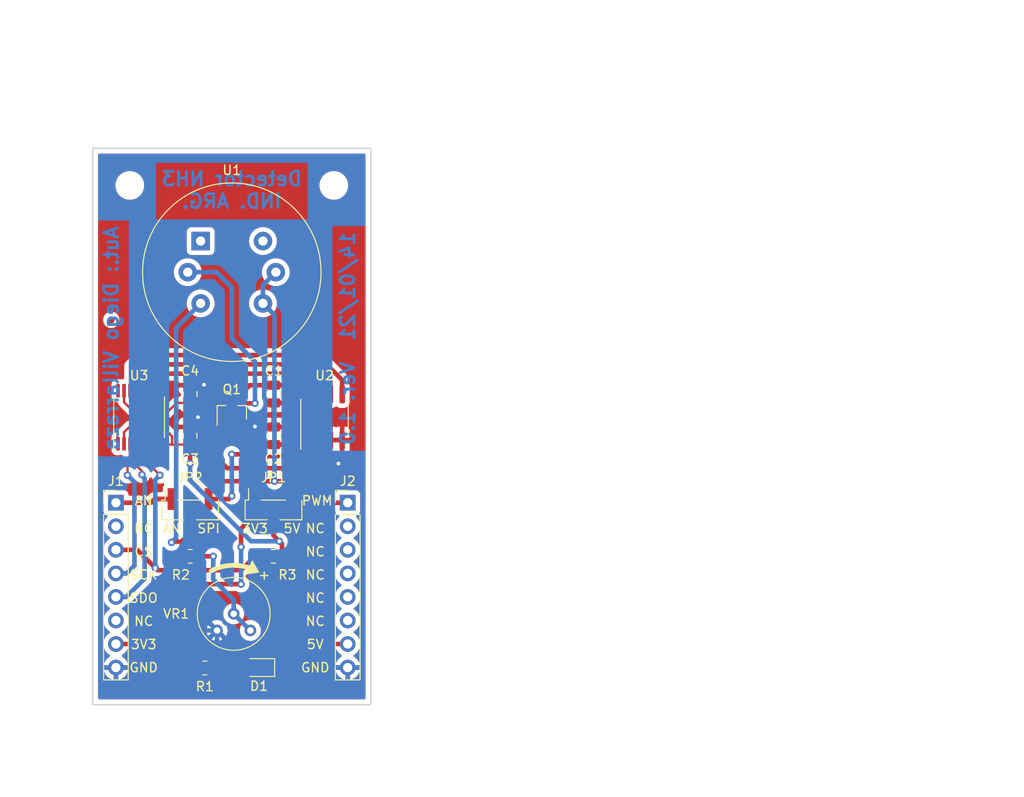
<source format=kicad_pcb>
(kicad_pcb (version 20171130) (host pcbnew 5.1.10-88a1d61d58~88~ubuntu18.04.1)

  (general
    (thickness 1.6)
    (drawings 38)
    (tracks 208)
    (zones 0)
    (modules 20)
    (nets 33)
  )

  (page A4)
  (title_block
    (title "Réplica detector de NH3 - MQ-137")
    (date 2021-09-22)
    (company "Diego Villarraza")
    (comment 1 "Licencia: GPL")
    (comment 2 "Trabajo Final - DCI")
  )

  (layers
    (0 F.Cu signal)
    (31 B.Cu signal)
    (32 B.Adhes user)
    (33 F.Adhes user)
    (34 B.Paste user)
    (35 F.Paste user)
    (36 B.SilkS user)
    (37 F.SilkS user)
    (38 B.Mask user)
    (39 F.Mask user)
    (40 Dwgs.User user)
    (41 Cmts.User user)
    (42 Eco1.User user)
    (43 Eco2.User user)
    (44 Edge.Cuts user)
    (45 Margin user)
    (46 B.CrtYd user)
    (47 F.CrtYd user)
    (48 B.Fab user)
    (49 F.Fab user)
  )

  (setup
    (last_trace_width 0.5)
    (user_trace_width 0.25)
    (user_trace_width 0.5)
    (trace_clearance 0.5)
    (zone_clearance 0.508)
    (zone_45_only no)
    (trace_min 0.2)
    (via_size 0.8)
    (via_drill 0.4)
    (via_min_size 0.4)
    (via_min_drill 0.3)
    (user_via 0.8 0.4)
    (uvia_size 0.3)
    (uvia_drill 0.1)
    (uvias_allowed no)
    (uvia_min_size 0.2)
    (uvia_min_drill 0.1)
    (edge_width 0.05)
    (segment_width 0.2)
    (pcb_text_width 0.3)
    (pcb_text_size 1.5 1.5)
    (mod_edge_width 0.12)
    (mod_text_size 1 1)
    (mod_text_width 0.15)
    (pad_size 1.524 1.524)
    (pad_drill 0.762)
    (pad_to_mask_clearance 0)
    (aux_axis_origin 0 0)
    (visible_elements FFFDFF7F)
    (pcbplotparams
      (layerselection 0x010fc_ffffffff)
      (usegerberextensions false)
      (usegerberattributes true)
      (usegerberadvancedattributes true)
      (creategerberjobfile true)
      (excludeedgelayer true)
      (linewidth 0.100000)
      (plotframeref false)
      (viasonmask false)
      (mode 1)
      (useauxorigin false)
      (hpglpennumber 1)
      (hpglpenspeed 20)
      (hpglpendiameter 15.000000)
      (psnegative false)
      (psa4output false)
      (plotreference true)
      (plotvalue true)
      (plotinvisibletext false)
      (padsonsilk false)
      (subtractmaskfromsilk false)
      (outputformat 1)
      (mirror false)
      (drillshape 1)
      (scaleselection 1)
      (outputdirectory ""))
  )

  (net 0 "")
  (net 1 GND)
  (net 2 +5V)
  (net 3 VCC)
  (net 4 "Net-(D1-Pad2)")
  (net 5 /AN)
  (net 6 /CS)
  (net 7 /SCK)
  (net 8 /MISO)
  (net 9 +3V3)
  (net 10 /PWM)
  (net 11 /ADC)
  (net 12 "Net-(JP2-Pad2)")
  (net 13 "Net-(Q1-Pad3)")
  (net 14 "Net-(R2-Pad2)")
  (net 15 /!SCK)
  (net 16 /!MISO)
  (net 17 /!CS)
  (net 18 "Net-(U3-Pad1)")
  (net 19 "Net-(U3-Pad6)")
  (net 20 "Net-(U3-Pad7)")
  (net 21 "Net-(U3-Pad10)")
  (net 22 "Net-(U3-Pad11)")
  (net 23 "Net-(U3-Pad16)")
  (net 24 "Net-(U1-Pad1)")
  (net 25 "Net-(U1-Pad6)")
  (net 26 "Net-(J1-Pad2)")
  (net 27 "Net-(J1-Pad6)")
  (net 28 "Net-(J2-Pad6)")
  (net 29 "Net-(J2-Pad5)")
  (net 30 "Net-(J2-Pad4)")
  (net 31 "Net-(J2-Pad3)")
  (net 32 "Net-(J2-Pad2)")

  (net_class Default "This is the default net class."
    (clearance 0.5)
    (trace_width 0.25)
    (via_dia 0.8)
    (via_drill 0.4)
    (uvia_dia 0.3)
    (uvia_drill 0.1)
    (add_net +3V3)
    (add_net +5V)
    (add_net /!CS)
    (add_net /!MISO)
    (add_net /!SCK)
    (add_net /ADC)
    (add_net /AN)
    (add_net /CS)
    (add_net /MISO)
    (add_net /PWM)
    (add_net /SCK)
    (add_net GND)
    (add_net "Net-(D1-Pad2)")
    (add_net "Net-(J1-Pad2)")
    (add_net "Net-(J1-Pad6)")
    (add_net "Net-(J2-Pad2)")
    (add_net "Net-(J2-Pad3)")
    (add_net "Net-(J2-Pad4)")
    (add_net "Net-(J2-Pad5)")
    (add_net "Net-(J2-Pad6)")
    (add_net "Net-(JP2-Pad2)")
    (add_net "Net-(Q1-Pad3)")
    (add_net "Net-(R2-Pad2)")
    (add_net "Net-(U1-Pad1)")
    (add_net "Net-(U1-Pad6)")
    (add_net "Net-(U3-Pad1)")
    (add_net "Net-(U3-Pad10)")
    (add_net "Net-(U3-Pad11)")
    (add_net "Net-(U3-Pad16)")
    (add_net "Net-(U3-Pad6)")
    (add_net "Net-(U3-Pad7)")
    (add_net VCC)
  )

  (module Package_SO:SOIC-8_3.9x4.9mm_P1.27mm (layer F.Cu) (tedit 5D9F72B1) (tstamp 615CDD0E)
    (at 125 99 90)
    (descr "SOIC, 8 Pin (JEDEC MS-012AA, https://www.analog.com/media/en/package-pcb-resources/package/pkg_pdf/soic_narrow-r/r_8.pdf), generated with kicad-footprint-generator ipc_gullwing_generator.py")
    (tags "SOIC SO")
    (path /61369760)
    (attr smd)
    (fp_text reference U2 (at 4.5 0 180) (layer F.SilkS)
      (effects (font (size 1 1) (thickness 0.15)))
    )
    (fp_text value MCP3551 (at 0 3.4 90) (layer F.Fab)
      (effects (font (size 1 1) (thickness 0.15)))
    )
    (fp_line (start 3.7 -2.7) (end -3.7 -2.7) (layer F.CrtYd) (width 0.05))
    (fp_line (start 3.7 2.7) (end 3.7 -2.7) (layer F.CrtYd) (width 0.05))
    (fp_line (start -3.7 2.7) (end 3.7 2.7) (layer F.CrtYd) (width 0.05))
    (fp_line (start -3.7 -2.7) (end -3.7 2.7) (layer F.CrtYd) (width 0.05))
    (fp_line (start -1.95 -1.475) (end -0.975 -2.45) (layer F.Fab) (width 0.1))
    (fp_line (start -1.95 2.45) (end -1.95 -1.475) (layer F.Fab) (width 0.1))
    (fp_line (start 1.95 2.45) (end -1.95 2.45) (layer F.Fab) (width 0.1))
    (fp_line (start 1.95 -2.45) (end 1.95 2.45) (layer F.Fab) (width 0.1))
    (fp_line (start -0.975 -2.45) (end 1.95 -2.45) (layer F.Fab) (width 0.1))
    (fp_line (start 0 -2.56) (end -3.45 -2.56) (layer F.SilkS) (width 0.12))
    (fp_line (start 0 -2.56) (end 1.95 -2.56) (layer F.SilkS) (width 0.12))
    (fp_line (start 0 2.56) (end -1.95 2.56) (layer F.SilkS) (width 0.12))
    (fp_line (start 0 2.56) (end 1.95 2.56) (layer F.SilkS) (width 0.12))
    (fp_text user %R (at 0 0) (layer F.Fab)
      (effects (font (size 0.98 0.98) (thickness 0.15)))
    )
    (pad 1 smd roundrect (at -2.475 -1.905 90) (size 1.95 0.6) (layers F.Cu F.Paste F.Mask) (roundrect_rratio 0.25)
      (net 2 +5V))
    (pad 2 smd roundrect (at -2.475 -0.635 90) (size 1.95 0.6) (layers F.Cu F.Paste F.Mask) (roundrect_rratio 0.25)
      (net 11 /ADC))
    (pad 3 smd roundrect (at -2.475 0.635 90) (size 1.95 0.6) (layers F.Cu F.Paste F.Mask) (roundrect_rratio 0.25)
      (net 1 GND))
    (pad 4 smd roundrect (at -2.475 1.905 90) (size 1.95 0.6) (layers F.Cu F.Paste F.Mask) (roundrect_rratio 0.25)
      (net 1 GND))
    (pad 5 smd roundrect (at 2.475 1.905 90) (size 1.95 0.6) (layers F.Cu F.Paste F.Mask) (roundrect_rratio 0.25)
      (net 15 /!SCK))
    (pad 6 smd roundrect (at 2.475 0.635 90) (size 1.95 0.6) (layers F.Cu F.Paste F.Mask) (roundrect_rratio 0.25)
      (net 16 /!MISO))
    (pad 7 smd roundrect (at 2.475 -0.635 90) (size 1.95 0.6) (layers F.Cu F.Paste F.Mask) (roundrect_rratio 0.25)
      (net 17 /!CS))
    (pad 8 smd roundrect (at 2.475 -1.905 90) (size 1.95 0.6) (layers F.Cu F.Paste F.Mask) (roundrect_rratio 0.25)
      (net 2 +5V))
    (model ${KISYS3DMOD}/Package_SO.3dshapes/SOIC-8_3.9x4.9mm_P1.27mm.wrl
      (at (xyz 0 0 0))
      (scale (xyz 1 1 1))
      (rotate (xyz 0 0 0))
    )
  )

  (module Capacitor_SMD:C_0805_2012Metric (layer F.Cu) (tedit 5F68FEEE) (tstamp 615CDD50)
    (at 119.525 96.5 270)
    (descr "Capacitor SMD 0805 (2012 Metric), square (rectangular) end terminal, IPC_7351 nominal, (Body size source: IPC-SM-782 page 76, https://www.pcb-3d.com/wordpress/wp-content/uploads/ipc-sm-782a_amendment_1_and_2.pdf, https://docs.google.com/spreadsheets/d/1BsfQQcO9C6DZCsRaXUlFlo91Tg2WpOkGARC1WS5S8t0/edit?usp=sharing), generated with kicad-footprint-generator")
    (tags capacitor)
    (path /6139054E)
    (attr smd)
    (fp_text reference C1 (at -2.5 0) (layer F.SilkS)
      (effects (font (size 1 1) (thickness 0.15)))
    )
    (fp_text value 100n (at 0 1.68 90) (layer F.Fab)
      (effects (font (size 1 1) (thickness 0.15)))
    )
    (fp_line (start -1 0.625) (end -1 -0.625) (layer F.Fab) (width 0.1))
    (fp_line (start -1 -0.625) (end 1 -0.625) (layer F.Fab) (width 0.1))
    (fp_line (start 1 -0.625) (end 1 0.625) (layer F.Fab) (width 0.1))
    (fp_line (start 1 0.625) (end -1 0.625) (layer F.Fab) (width 0.1))
    (fp_line (start -0.261252 -0.735) (end 0.261252 -0.735) (layer F.SilkS) (width 0.12))
    (fp_line (start -0.261252 0.735) (end 0.261252 0.735) (layer F.SilkS) (width 0.12))
    (fp_line (start -1.7 0.98) (end -1.7 -0.98) (layer F.CrtYd) (width 0.05))
    (fp_line (start -1.7 -0.98) (end 1.7 -0.98) (layer F.CrtYd) (width 0.05))
    (fp_line (start 1.7 -0.98) (end 1.7 0.98) (layer F.CrtYd) (width 0.05))
    (fp_line (start 1.7 0.98) (end -1.7 0.98) (layer F.CrtYd) (width 0.05))
    (fp_text user %R (at 0 0 90) (layer F.Fab)
      (effects (font (size 0.5 0.5) (thickness 0.08)))
    )
    (pad 2 smd roundrect (at 0.95 0 270) (size 1 1.45) (layers F.Cu F.Paste F.Mask) (roundrect_rratio 0.25)
      (net 1 GND))
    (pad 1 smd roundrect (at -0.95 0 270) (size 1 1.45) (layers F.Cu F.Paste F.Mask) (roundrect_rratio 0.25)
      (net 2 +5V))
    (model ${KISYS3DMOD}/Capacitor_SMD.3dshapes/C_0805_2012Metric.wrl
      (at (xyz 0 0 0))
      (scale (xyz 1 1 1))
      (rotate (xyz 0 0 0))
    )
  )

  (module Capacitor_SMD:C_0805_2012Metric (layer F.Cu) (tedit 5F68FEEE) (tstamp 615CE0C7)
    (at 119.525 101 90)
    (descr "Capacitor SMD 0805 (2012 Metric), square (rectangular) end terminal, IPC_7351 nominal, (Body size source: IPC-SM-782 page 76, https://www.pcb-3d.com/wordpress/wp-content/uploads/ipc-sm-782a_amendment_1_and_2.pdf, https://docs.google.com/spreadsheets/d/1BsfQQcO9C6DZCsRaXUlFlo91Tg2WpOkGARC1WS5S8t0/edit?usp=sharing), generated with kicad-footprint-generator")
    (tags capacitor)
    (path /613947AD)
    (attr smd)
    (fp_text reference C2 (at -2.5 -0.025) (layer F.SilkS)
      (effects (font (size 1 1) (thickness 0.15)))
    )
    (fp_text value 100n (at 0 1.68 90) (layer F.Fab)
      (effects (font (size 1 1) (thickness 0.15)))
    )
    (fp_line (start -1 0.625) (end -1 -0.625) (layer F.Fab) (width 0.1))
    (fp_line (start -1 -0.625) (end 1 -0.625) (layer F.Fab) (width 0.1))
    (fp_line (start 1 -0.625) (end 1 0.625) (layer F.Fab) (width 0.1))
    (fp_line (start 1 0.625) (end -1 0.625) (layer F.Fab) (width 0.1))
    (fp_line (start -0.261252 -0.735) (end 0.261252 -0.735) (layer F.SilkS) (width 0.12))
    (fp_line (start -0.261252 0.735) (end 0.261252 0.735) (layer F.SilkS) (width 0.12))
    (fp_line (start -1.7 0.98) (end -1.7 -0.98) (layer F.CrtYd) (width 0.05))
    (fp_line (start -1.7 -0.98) (end 1.7 -0.98) (layer F.CrtYd) (width 0.05))
    (fp_line (start 1.7 -0.98) (end 1.7 0.98) (layer F.CrtYd) (width 0.05))
    (fp_line (start 1.7 0.98) (end -1.7 0.98) (layer F.CrtYd) (width 0.05))
    (fp_text user %R (at 0 0 90) (layer F.Fab)
      (effects (font (size 0.5 0.5) (thickness 0.08)))
    )
    (pad 2 smd roundrect (at 0.95 0 90) (size 1 1.45) (layers F.Cu F.Paste F.Mask) (roundrect_rratio 0.25)
      (net 1 GND))
    (pad 1 smd roundrect (at -0.95 0 90) (size 1 1.45) (layers F.Cu F.Paste F.Mask) (roundrect_rratio 0.25)
      (net 2 +5V))
    (model ${KISYS3DMOD}/Capacitor_SMD.3dshapes/C_0805_2012Metric.wrl
      (at (xyz 0 0 0))
      (scale (xyz 1 1 1))
      (rotate (xyz 0 0 0))
    )
  )

  (module Capacitor_SMD:C_0805_2012Metric (layer F.Cu) (tedit 5F68FEEE) (tstamp 615CE17B)
    (at 110.5 101 90)
    (descr "Capacitor SMD 0805 (2012 Metric), square (rectangular) end terminal, IPC_7351 nominal, (Body size source: IPC-SM-782 page 76, https://www.pcb-3d.com/wordpress/wp-content/uploads/ipc-sm-782a_amendment_1_and_2.pdf, https://docs.google.com/spreadsheets/d/1BsfQQcO9C6DZCsRaXUlFlo91Tg2WpOkGARC1WS5S8t0/edit?usp=sharing), generated with kicad-footprint-generator")
    (tags capacitor)
    (path /61393F56)
    (attr smd)
    (fp_text reference C3 (at -2.5 0 180) (layer F.SilkS)
      (effects (font (size 1 1) (thickness 0.15)))
    )
    (fp_text value 100n (at 0 1.68 90) (layer F.Fab)
      (effects (font (size 1 1) (thickness 0.15)))
    )
    (fp_line (start 1.7 0.98) (end -1.7 0.98) (layer F.CrtYd) (width 0.05))
    (fp_line (start 1.7 -0.98) (end 1.7 0.98) (layer F.CrtYd) (width 0.05))
    (fp_line (start -1.7 -0.98) (end 1.7 -0.98) (layer F.CrtYd) (width 0.05))
    (fp_line (start -1.7 0.98) (end -1.7 -0.98) (layer F.CrtYd) (width 0.05))
    (fp_line (start -0.261252 0.735) (end 0.261252 0.735) (layer F.SilkS) (width 0.12))
    (fp_line (start -0.261252 -0.735) (end 0.261252 -0.735) (layer F.SilkS) (width 0.12))
    (fp_line (start 1 0.625) (end -1 0.625) (layer F.Fab) (width 0.1))
    (fp_line (start 1 -0.625) (end 1 0.625) (layer F.Fab) (width 0.1))
    (fp_line (start -1 -0.625) (end 1 -0.625) (layer F.Fab) (width 0.1))
    (fp_line (start -1 0.625) (end -1 -0.625) (layer F.Fab) (width 0.1))
    (fp_text user %R (at 0 0 90) (layer F.Fab)
      (effects (font (size 0.5 0.5) (thickness 0.08)))
    )
    (pad 1 smd roundrect (at -0.95 0 90) (size 1 1.45) (layers F.Cu F.Paste F.Mask) (roundrect_rratio 0.25)
      (net 3 VCC))
    (pad 2 smd roundrect (at 0.95 0 90) (size 1 1.45) (layers F.Cu F.Paste F.Mask) (roundrect_rratio 0.25)
      (net 1 GND))
    (model ${KISYS3DMOD}/Capacitor_SMD.3dshapes/C_0805_2012Metric.wrl
      (at (xyz 0 0 0))
      (scale (xyz 1 1 1))
      (rotate (xyz 0 0 0))
    )
  )

  (module Capacitor_SMD:C_0805_2012Metric (layer F.Cu) (tedit 5F68FEEE) (tstamp 615CDE52)
    (at 110.51 96.5 90)
    (descr "Capacitor SMD 0805 (2012 Metric), square (rectangular) end terminal, IPC_7351 nominal, (Body size source: IPC-SM-782 page 76, https://www.pcb-3d.com/wordpress/wp-content/uploads/ipc-sm-782a_amendment_1_and_2.pdf, https://docs.google.com/spreadsheets/d/1BsfQQcO9C6DZCsRaXUlFlo91Tg2WpOkGARC1WS5S8t0/edit?usp=sharing), generated with kicad-footprint-generator")
    (tags capacitor)
    (path /613932B8)
    (attr smd)
    (fp_text reference C4 (at 2.5 -0.01 180) (layer F.SilkS)
      (effects (font (size 1 1) (thickness 0.15)))
    )
    (fp_text value 100n (at 0 1.68 90) (layer F.Fab)
      (effects (font (size 1 1) (thickness 0.15)))
    )
    (fp_line (start 1.7 0.98) (end -1.7 0.98) (layer F.CrtYd) (width 0.05))
    (fp_line (start 1.7 -0.98) (end 1.7 0.98) (layer F.CrtYd) (width 0.05))
    (fp_line (start -1.7 -0.98) (end 1.7 -0.98) (layer F.CrtYd) (width 0.05))
    (fp_line (start -1.7 0.98) (end -1.7 -0.98) (layer F.CrtYd) (width 0.05))
    (fp_line (start -0.261252 0.735) (end 0.261252 0.735) (layer F.SilkS) (width 0.12))
    (fp_line (start -0.261252 -0.735) (end 0.261252 -0.735) (layer F.SilkS) (width 0.12))
    (fp_line (start 1 0.625) (end -1 0.625) (layer F.Fab) (width 0.1))
    (fp_line (start 1 -0.625) (end 1 0.625) (layer F.Fab) (width 0.1))
    (fp_line (start -1 -0.625) (end 1 -0.625) (layer F.Fab) (width 0.1))
    (fp_line (start -1 0.625) (end -1 -0.625) (layer F.Fab) (width 0.1))
    (fp_text user %R (at 0 0 90) (layer F.Fab)
      (effects (font (size 0.5 0.5) (thickness 0.08)))
    )
    (pad 1 smd roundrect (at -0.95 0 90) (size 1 1.45) (layers F.Cu F.Paste F.Mask) (roundrect_rratio 0.25)
      (net 2 +5V))
    (pad 2 smd roundrect (at 0.95 0 90) (size 1 1.45) (layers F.Cu F.Paste F.Mask) (roundrect_rratio 0.25)
      (net 1 GND))
    (model ${KISYS3DMOD}/Capacitor_SMD.3dshapes/C_0805_2012Metric.wrl
      (at (xyz 0 0 0))
      (scale (xyz 1 1 1))
      (rotate (xyz 0 0 0))
    )
  )

  (module LED_SMD:LED_0805_2012Metric (layer F.Cu) (tedit 5F68FEF1) (tstamp 614C26F1)
    (at 117.9375 126 180)
    (descr "LED SMD 0805 (2012 Metric), square (rectangular) end terminal, IPC_7351 nominal, (Body size source: https://docs.google.com/spreadsheets/d/1BsfQQcO9C6DZCsRaXUlFlo91Tg2WpOkGARC1WS5S8t0/edit?usp=sharing), generated with kicad-footprint-generator")
    (tags LED)
    (path /6138F3C3)
    (attr smd)
    (fp_text reference D1 (at 0 -2) (layer F.SilkS)
      (effects (font (size 1 1) (thickness 0.15)))
    )
    (fp_text value PWR (at 0 1.65) (layer F.Fab)
      (effects (font (size 1 1) (thickness 0.15)))
    )
    (fp_line (start 1.68 0.95) (end -1.68 0.95) (layer F.CrtYd) (width 0.05))
    (fp_line (start 1.68 -0.95) (end 1.68 0.95) (layer F.CrtYd) (width 0.05))
    (fp_line (start -1.68 -0.95) (end 1.68 -0.95) (layer F.CrtYd) (width 0.05))
    (fp_line (start -1.68 0.95) (end -1.68 -0.95) (layer F.CrtYd) (width 0.05))
    (fp_line (start -1.685 0.96) (end 1 0.96) (layer F.SilkS) (width 0.12))
    (fp_line (start -1.685 -0.96) (end -1.685 0.96) (layer F.SilkS) (width 0.12))
    (fp_line (start 1 -0.96) (end -1.685 -0.96) (layer F.SilkS) (width 0.12))
    (fp_line (start 1 0.6) (end 1 -0.6) (layer F.Fab) (width 0.1))
    (fp_line (start -1 0.6) (end 1 0.6) (layer F.Fab) (width 0.1))
    (fp_line (start -1 -0.3) (end -1 0.6) (layer F.Fab) (width 0.1))
    (fp_line (start -0.7 -0.6) (end -1 -0.3) (layer F.Fab) (width 0.1))
    (fp_line (start 1 -0.6) (end -0.7 -0.6) (layer F.Fab) (width 0.1))
    (fp_text user %R (at 0 0) (layer F.Fab)
      (effects (font (size 0.5 0.5) (thickness 0.08)))
    )
    (pad 1 smd roundrect (at -0.9375 0 180) (size 0.975 1.4) (layers F.Cu F.Paste F.Mask) (roundrect_rratio 0.25)
      (net 1 GND))
    (pad 2 smd roundrect (at 0.9375 0 180) (size 0.975 1.4) (layers F.Cu F.Paste F.Mask) (roundrect_rratio 0.25)
      (net 4 "Net-(D1-Pad2)"))
    (model ${KISYS3DMOD}/LED_SMD.3dshapes/LED_0805_2012Metric.wrl
      (at (xyz 0 0 0))
      (scale (xyz 1 1 1))
      (rotate (xyz 0 0 0))
    )
  )

  (module Fiducial:Fiducial_0.75mm_Mask1.5mm (layer F.Cu) (tedit 5C18CB26) (tstamp 615D92EB)
    (at 102 88.5)
    (descr "Circular Fiducial, 0.75mm bare copper, 1.5mm soldermask opening (Level B)")
    (tags fiducial)
    (path /614726C3)
    (attr smd)
    (fp_text reference FID1 (at 0 -2) (layer F.SilkS) hide
      (effects (font (size 1 1) (thickness 0.15)))
    )
    (fp_text value Fiducial (at 0 2) (layer F.Fab)
      (effects (font (size 1 1) (thickness 0.15)))
    )
    (fp_circle (center 0 0) (end 1 0) (layer F.CrtYd) (width 0.05))
    (fp_circle (center 0 0) (end 0.75 0) (layer F.Fab) (width 0.1))
    (fp_text user %R (at 0 0) (layer F.Fab)
      (effects (font (size 0.3 0.3) (thickness 0.05)))
    )
    (pad "" smd circle (at 0 0) (size 0.75 0.75) (layers F.Cu F.Mask)
      (solder_mask_margin 0.375) (clearance 0.375))
  )

  (module MountingHole:MountingHole_2.1mm (layer F.Cu) (tedit 5B924765) (tstamp 614C2701)
    (at 126 74)
    (descr "Mounting Hole 2.1mm, no annular")
    (tags "mounting hole 2.1mm no annular")
    (path /6146D3F7)
    (attr virtual)
    (fp_text reference H1 (at -3 -2) (layer F.SilkS) hide
      (effects (font (size 1 1) (thickness 0.15)))
    )
    (fp_text value MountingHole (at 0 3.2) (layer F.Fab)
      (effects (font (size 1 1) (thickness 0.15)))
    )
    (fp_circle (center 0 0) (end 2.1 0) (layer Cmts.User) (width 0.15))
    (fp_circle (center 0 0) (end 2.35 0) (layer F.CrtYd) (width 0.05))
    (fp_text user %R (at 0.3 0) (layer F.Fab)
      (effects (font (size 1 1) (thickness 0.15)))
    )
    (pad "" np_thru_hole circle (at 0 0) (size 2.1 2.1) (drill 2.1) (layers *.Cu *.Mask))
  )

  (module MountingHole:MountingHole_2.1mm (layer F.Cu) (tedit 5B924765) (tstamp 614C2709)
    (at 104 74)
    (descr "Mounting Hole 2.1mm, no annular")
    (tags "mounting hole 2.1mm no annular")
    (path /6146DF2F)
    (attr virtual)
    (fp_text reference H2 (at 3 -2) (layer F.SilkS) hide
      (effects (font (size 1 1) (thickness 0.15)))
    )
    (fp_text value MountingHole (at 0 3.2) (layer F.Fab)
      (effects (font (size 1 1) (thickness 0.15)))
    )
    (fp_circle (center 0 0) (end 2.35 0) (layer F.CrtYd) (width 0.05))
    (fp_circle (center 0 0) (end 2.1 0) (layer Cmts.User) (width 0.15))
    (fp_text user %R (at 0.3 0) (layer F.Fab)
      (effects (font (size 1 1) (thickness 0.15)))
    )
    (pad "" np_thru_hole circle (at 0 0) (size 2.1 2.1) (drill 2.1) (layers *.Cu *.Mask))
  )

  (module Connector_PinHeader_2.54mm:PinHeader_1x08_P2.54mm_Vertical (layer F.Cu) (tedit 59FED5CC) (tstamp 615CD443)
    (at 102.5 108.22)
    (descr "Through hole straight pin header, 1x08, 2.54mm pitch, single row")
    (tags "Through hole pin header THT 1x08 2.54mm single row")
    (path /6137B57D)
    (fp_text reference J1 (at 0 -2.33) (layer F.SilkS)
      (effects (font (size 1 1) (thickness 0.15)))
    )
    (fp_text value A (at 0 20.11) (layer F.Fab)
      (effects (font (size 1 1) (thickness 0.15)))
    )
    (fp_line (start 1.8 -1.8) (end -1.8 -1.8) (layer F.CrtYd) (width 0.05))
    (fp_line (start 1.8 19.55) (end 1.8 -1.8) (layer F.CrtYd) (width 0.05))
    (fp_line (start -1.8 19.55) (end 1.8 19.55) (layer F.CrtYd) (width 0.05))
    (fp_line (start -1.8 -1.8) (end -1.8 19.55) (layer F.CrtYd) (width 0.05))
    (fp_line (start -1.33 -1.33) (end 0 -1.33) (layer F.SilkS) (width 0.12))
    (fp_line (start -1.33 0) (end -1.33 -1.33) (layer F.SilkS) (width 0.12))
    (fp_line (start -1.33 1.27) (end 1.33 1.27) (layer F.SilkS) (width 0.12))
    (fp_line (start 1.33 1.27) (end 1.33 19.11) (layer F.SilkS) (width 0.12))
    (fp_line (start -1.33 1.27) (end -1.33 19.11) (layer F.SilkS) (width 0.12))
    (fp_line (start -1.33 19.11) (end 1.33 19.11) (layer F.SilkS) (width 0.12))
    (fp_line (start -1.27 -0.635) (end -0.635 -1.27) (layer F.Fab) (width 0.1))
    (fp_line (start -1.27 19.05) (end -1.27 -0.635) (layer F.Fab) (width 0.1))
    (fp_line (start 1.27 19.05) (end -1.27 19.05) (layer F.Fab) (width 0.1))
    (fp_line (start 1.27 -1.27) (end 1.27 19.05) (layer F.Fab) (width 0.1))
    (fp_line (start -0.635 -1.27) (end 1.27 -1.27) (layer F.Fab) (width 0.1))
    (fp_text user %R (at 0 8.89 90) (layer F.Fab)
      (effects (font (size 1 1) (thickness 0.15)))
    )
    (pad 1 thru_hole rect (at 0 0) (size 1.7 1.7) (drill 1) (layers *.Cu *.Mask)
      (net 5 /AN))
    (pad 2 thru_hole oval (at 0 2.54) (size 1.7 1.7) (drill 1) (layers *.Cu *.Mask)
      (net 26 "Net-(J1-Pad2)"))
    (pad 3 thru_hole oval (at 0 5.08) (size 1.7 1.7) (drill 1) (layers *.Cu *.Mask)
      (net 6 /CS))
    (pad 4 thru_hole oval (at 0 7.62) (size 1.7 1.7) (drill 1) (layers *.Cu *.Mask)
      (net 7 /SCK))
    (pad 5 thru_hole oval (at 0 10.16) (size 1.7 1.7) (drill 1) (layers *.Cu *.Mask)
      (net 8 /MISO))
    (pad 6 thru_hole oval (at 0 12.7) (size 1.7 1.7) (drill 1) (layers *.Cu *.Mask)
      (net 27 "Net-(J1-Pad6)"))
    (pad 7 thru_hole oval (at 0 15.24) (size 1.7 1.7) (drill 1) (layers *.Cu *.Mask)
      (net 9 +3V3))
    (pad 8 thru_hole oval (at 0 17.78) (size 1.7 1.7) (drill 1) (layers *.Cu *.Mask)
      (net 1 GND))
    (model ${KISYS3DMOD}/Connector_PinHeader_2.54mm.3dshapes/PinHeader_1x08_P2.54mm_Vertical.wrl
      (at (xyz 0 0 0))
      (scale (xyz 1 1 1))
      (rotate (xyz 180 0 180))
    )
  )

  (module Connector_PinHeader_2.54mm:PinHeader_1x08_P2.54mm_Vertical (layer F.Cu) (tedit 59FED5CC) (tstamp 614C2741)
    (at 127.5 108.22)
    (descr "Through hole straight pin header, 1x08, 2.54mm pitch, single row")
    (tags "Through hole pin header THT 1x08 2.54mm single row")
    (path /6137AA4E)
    (fp_text reference J2 (at 0 -2.33) (layer F.SilkS)
      (effects (font (size 1 1) (thickness 0.15)))
    )
    (fp_text value B (at 0 20.11) (layer F.Fab)
      (effects (font (size 1 1) (thickness 0.15)))
    )
    (fp_line (start -0.635 -1.27) (end 1.27 -1.27) (layer F.Fab) (width 0.1))
    (fp_line (start 1.27 -1.27) (end 1.27 19.05) (layer F.Fab) (width 0.1))
    (fp_line (start 1.27 19.05) (end -1.27 19.05) (layer F.Fab) (width 0.1))
    (fp_line (start -1.27 19.05) (end -1.27 -0.635) (layer F.Fab) (width 0.1))
    (fp_line (start -1.27 -0.635) (end -0.635 -1.27) (layer F.Fab) (width 0.1))
    (fp_line (start -1.33 19.11) (end 1.33 19.11) (layer F.SilkS) (width 0.12))
    (fp_line (start -1.33 1.27) (end -1.33 19.11) (layer F.SilkS) (width 0.12))
    (fp_line (start 1.33 1.27) (end 1.33 19.11) (layer F.SilkS) (width 0.12))
    (fp_line (start -1.33 1.27) (end 1.33 1.27) (layer F.SilkS) (width 0.12))
    (fp_line (start -1.33 0) (end -1.33 -1.33) (layer F.SilkS) (width 0.12))
    (fp_line (start -1.33 -1.33) (end 0 -1.33) (layer F.SilkS) (width 0.12))
    (fp_line (start -1.8 -1.8) (end -1.8 19.55) (layer F.CrtYd) (width 0.05))
    (fp_line (start -1.8 19.55) (end 1.8 19.55) (layer F.CrtYd) (width 0.05))
    (fp_line (start 1.8 19.55) (end 1.8 -1.8) (layer F.CrtYd) (width 0.05))
    (fp_line (start 1.8 -1.8) (end -1.8 -1.8) (layer F.CrtYd) (width 0.05))
    (fp_text user %R (at 0 8.89 90) (layer F.Fab)
      (effects (font (size 1 1) (thickness 0.15)))
    )
    (pad 8 thru_hole oval (at 0 17.78) (size 1.7 1.7) (drill 1) (layers *.Cu *.Mask)
      (net 1 GND))
    (pad 7 thru_hole oval (at 0 15.24) (size 1.7 1.7) (drill 1) (layers *.Cu *.Mask)
      (net 2 +5V))
    (pad 6 thru_hole oval (at 0 12.7) (size 1.7 1.7) (drill 1) (layers *.Cu *.Mask)
      (net 28 "Net-(J2-Pad6)"))
    (pad 5 thru_hole oval (at 0 10.16) (size 1.7 1.7) (drill 1) (layers *.Cu *.Mask)
      (net 29 "Net-(J2-Pad5)"))
    (pad 4 thru_hole oval (at 0 7.62) (size 1.7 1.7) (drill 1) (layers *.Cu *.Mask)
      (net 30 "Net-(J2-Pad4)"))
    (pad 3 thru_hole oval (at 0 5.08) (size 1.7 1.7) (drill 1) (layers *.Cu *.Mask)
      (net 31 "Net-(J2-Pad3)"))
    (pad 2 thru_hole oval (at 0 2.54) (size 1.7 1.7) (drill 1) (layers *.Cu *.Mask)
      (net 32 "Net-(J2-Pad2)"))
    (pad 1 thru_hole rect (at 0 0) (size 1.7 1.7) (drill 1) (layers *.Cu *.Mask)
      (net 10 /PWM))
    (model ${KISYS3DMOD}/Connector_PinHeader_2.54mm.3dshapes/PinHeader_1x08_P2.54mm_Vertical.wrl
      (at (xyz 0 0 0))
      (scale (xyz 1 1 1))
      (rotate (xyz 180 0 180))
    )
  )

  (module Connector_PinHeader_2.00mm:PinHeader_1x03_P2.00mm_Vertical_SMD_Pin1Right (layer F.Cu) (tedit 59FED667) (tstamp 614C2763)
    (at 119.5 109 90)
    (descr "surface-mounted straight pin header, 1x03, 2.00mm pitch, single row, style 2 (pin 1 right)")
    (tags "Surface mounted pin header SMD 1x03 2.00mm single row style2 pin1 right")
    (path /613A744B)
    (attr smd)
    (fp_text reference JP1 (at 3.5 0 180) (layer F.SilkS)
      (effects (font (size 1 1) (thickness 0.15)))
    )
    (fp_text value "VCC SEL" (at 0 4.06 90) (layer F.Fab)
      (effects (font (size 1 1) (thickness 0.15)))
    )
    (fp_line (start 2.85 -3.5) (end -2.85 -3.5) (layer F.CrtYd) (width 0.05))
    (fp_line (start 2.85 3.5) (end 2.85 -3.5) (layer F.CrtYd) (width 0.05))
    (fp_line (start -2.85 3.5) (end 2.85 3.5) (layer F.CrtYd) (width 0.05))
    (fp_line (start -2.85 -3.5) (end -2.85 3.5) (layer F.CrtYd) (width 0.05))
    (fp_line (start -1.06 0.685) (end -1.06 3.06) (layer F.SilkS) (width 0.12))
    (fp_line (start -1.06 2.685) (end -1.06 3.06) (layer F.SilkS) (width 0.12))
    (fp_line (start 1.06 -3.06) (end 1.06 -2.685) (layer F.SilkS) (width 0.12))
    (fp_line (start 1.06 -2.685) (end 2.29 -2.685) (layer F.SilkS) (width 0.12))
    (fp_line (start -1.06 -3.06) (end -1.06 -0.685) (layer F.SilkS) (width 0.12))
    (fp_line (start 1.06 -1.315) (end 1.06 1.315) (layer F.SilkS) (width 0.12))
    (fp_line (start -1.06 3.06) (end 1.06 3.06) (layer F.SilkS) (width 0.12))
    (fp_line (start -1.06 -3.06) (end 1.06 -3.06) (layer F.SilkS) (width 0.12))
    (fp_line (start 2.1 2.25) (end 1 2.25) (layer F.Fab) (width 0.1))
    (fp_line (start 2.1 1.75) (end 2.1 2.25) (layer F.Fab) (width 0.1))
    (fp_line (start 1 1.75) (end 2.1 1.75) (layer F.Fab) (width 0.1))
    (fp_line (start 2.1 -1.75) (end 1 -1.75) (layer F.Fab) (width 0.1))
    (fp_line (start 2.1 -2.25) (end 2.1 -1.75) (layer F.Fab) (width 0.1))
    (fp_line (start 1 -2.25) (end 2.1 -2.25) (layer F.Fab) (width 0.1))
    (fp_line (start -2.1 0.25) (end -1 0.25) (layer F.Fab) (width 0.1))
    (fp_line (start -2.1 -0.25) (end -2.1 0.25) (layer F.Fab) (width 0.1))
    (fp_line (start -1 -0.25) (end -2.1 -0.25) (layer F.Fab) (width 0.1))
    (fp_line (start -1 -3) (end -1 3) (layer F.Fab) (width 0.1))
    (fp_line (start 1 -2.25) (end 0.25 -3) (layer F.Fab) (width 0.1))
    (fp_line (start 1 3) (end 1 -2.25) (layer F.Fab) (width 0.1))
    (fp_line (start -1 -3) (end 0.25 -3) (layer F.Fab) (width 0.1))
    (fp_line (start 1 3) (end -1 3) (layer F.Fab) (width 0.1))
    (fp_text user %R (at 0 0) (layer F.Fab)
      (effects (font (size 1 1) (thickness 0.15)))
    )
    (pad 2 smd rect (at -1.175 0 90) (size 2.35 0.85) (layers F.Cu F.Paste F.Mask)
      (net 3 VCC))
    (pad 1 smd rect (at 1.175 -2 90) (size 2.35 0.85) (layers F.Cu F.Paste F.Mask)
      (net 9 +3V3))
    (pad 3 smd rect (at 1.175 2 90) (size 2.35 0.85) (layers F.Cu F.Paste F.Mask)
      (net 2 +5V))
    (model ${KISYS3DMOD}/Connector_PinHeader_2.00mm.3dshapes/PinHeader_1x03_P2.00mm_Vertical_SMD_Pin1Right.wrl
      (at (xyz 0 0 0))
      (scale (xyz 1 1 1))
      (rotate (xyz 0 0 0))
    )
  )

  (module Connector_PinHeader_2.00mm:PinHeader_1x03_P2.00mm_Vertical_SMD_Pin1Right (layer F.Cu) (tedit 59FED667) (tstamp 614C2785)
    (at 110.5 109 90)
    (descr "surface-mounted straight pin header, 1x03, 2.00mm pitch, single row, style 2 (pin 1 right)")
    (tags "Surface mounted pin header SMD 1x03 2.00mm single row style2 pin1 right")
    (path /613ADB2D)
    (attr smd)
    (fp_text reference JP2 (at 3.5 0) (layer F.SilkS)
      (effects (font (size 1 1) (thickness 0.15)))
    )
    (fp_text value "ADC SEL" (at 0 4.06 90) (layer F.Fab)
      (effects (font (size 1 1) (thickness 0.15)))
    )
    (fp_line (start 1 3) (end -1 3) (layer F.Fab) (width 0.1))
    (fp_line (start -1 -3) (end 0.25 -3) (layer F.Fab) (width 0.1))
    (fp_line (start 1 3) (end 1 -2.25) (layer F.Fab) (width 0.1))
    (fp_line (start 1 -2.25) (end 0.25 -3) (layer F.Fab) (width 0.1))
    (fp_line (start -1 -3) (end -1 3) (layer F.Fab) (width 0.1))
    (fp_line (start -1 -0.25) (end -2.1 -0.25) (layer F.Fab) (width 0.1))
    (fp_line (start -2.1 -0.25) (end -2.1 0.25) (layer F.Fab) (width 0.1))
    (fp_line (start -2.1 0.25) (end -1 0.25) (layer F.Fab) (width 0.1))
    (fp_line (start 1 -2.25) (end 2.1 -2.25) (layer F.Fab) (width 0.1))
    (fp_line (start 2.1 -2.25) (end 2.1 -1.75) (layer F.Fab) (width 0.1))
    (fp_line (start 2.1 -1.75) (end 1 -1.75) (layer F.Fab) (width 0.1))
    (fp_line (start 1 1.75) (end 2.1 1.75) (layer F.Fab) (width 0.1))
    (fp_line (start 2.1 1.75) (end 2.1 2.25) (layer F.Fab) (width 0.1))
    (fp_line (start 2.1 2.25) (end 1 2.25) (layer F.Fab) (width 0.1))
    (fp_line (start -1.06 -3.06) (end 1.06 -3.06) (layer F.SilkS) (width 0.12))
    (fp_line (start -1.06 3.06) (end 1.06 3.06) (layer F.SilkS) (width 0.12))
    (fp_line (start 1.06 -1.315) (end 1.06 1.315) (layer F.SilkS) (width 0.12))
    (fp_line (start -1.06 -3.06) (end -1.06 -0.685) (layer F.SilkS) (width 0.12))
    (fp_line (start 1.06 -2.685) (end 2.29 -2.685) (layer F.SilkS) (width 0.12))
    (fp_line (start 1.06 -3.06) (end 1.06 -2.685) (layer F.SilkS) (width 0.12))
    (fp_line (start -1.06 2.685) (end -1.06 3.06) (layer F.SilkS) (width 0.12))
    (fp_line (start -1.06 0.685) (end -1.06 3.06) (layer F.SilkS) (width 0.12))
    (fp_line (start -2.85 -3.5) (end -2.85 3.5) (layer F.CrtYd) (width 0.05))
    (fp_line (start -2.85 3.5) (end 2.85 3.5) (layer F.CrtYd) (width 0.05))
    (fp_line (start 2.85 3.5) (end 2.85 -3.5) (layer F.CrtYd) (width 0.05))
    (fp_line (start 2.85 -3.5) (end -2.85 -3.5) (layer F.CrtYd) (width 0.05))
    (fp_text user %R (at 0 0) (layer F.Fab)
      (effects (font (size 1 1) (thickness 0.15)))
    )
    (pad 3 smd rect (at 1.175 2 90) (size 2.35 0.85) (layers F.Cu F.Paste F.Mask)
      (net 11 /ADC))
    (pad 1 smd rect (at 1.175 -2 90) (size 2.35 0.85) (layers F.Cu F.Paste F.Mask)
      (net 5 /AN))
    (pad 2 smd rect (at -1.175 0 90) (size 2.35 0.85) (layers F.Cu F.Paste F.Mask)
      (net 12 "Net-(JP2-Pad2)"))
    (model ${KISYS3DMOD}/Connector_PinHeader_2.00mm.3dshapes/PinHeader_1x03_P2.00mm_Vertical_SMD_Pin1Right.wrl
      (at (xyz 0 0 0))
      (scale (xyz 1 1 1))
      (rotate (xyz 0 0 0))
    )
  )

  (module Package_TO_SOT_SMD:SOT-23 (layer F.Cu) (tedit 5A02FF57) (tstamp 615CDD84)
    (at 115 98.5 90)
    (descr "SOT-23, Standard")
    (tags SOT-23)
    (path /6137512C)
    (attr smd)
    (fp_text reference Q1 (at 2.5 0) (layer F.SilkS)
      (effects (font (size 1 1) (thickness 0.15)))
    )
    (fp_text value DMN2058U (at 0 2.5 90) (layer F.Fab)
      (effects (font (size 1 1) (thickness 0.15)))
    )
    (fp_line (start 0.76 1.58) (end -0.7 1.58) (layer F.SilkS) (width 0.12))
    (fp_line (start 0.76 -1.58) (end -1.4 -1.58) (layer F.SilkS) (width 0.12))
    (fp_line (start -1.7 1.75) (end -1.7 -1.75) (layer F.CrtYd) (width 0.05))
    (fp_line (start 1.7 1.75) (end -1.7 1.75) (layer F.CrtYd) (width 0.05))
    (fp_line (start 1.7 -1.75) (end 1.7 1.75) (layer F.CrtYd) (width 0.05))
    (fp_line (start -1.7 -1.75) (end 1.7 -1.75) (layer F.CrtYd) (width 0.05))
    (fp_line (start 0.76 -1.58) (end 0.76 -0.65) (layer F.SilkS) (width 0.12))
    (fp_line (start 0.76 1.58) (end 0.76 0.65) (layer F.SilkS) (width 0.12))
    (fp_line (start -0.7 1.52) (end 0.7 1.52) (layer F.Fab) (width 0.1))
    (fp_line (start 0.7 -1.52) (end 0.7 1.52) (layer F.Fab) (width 0.1))
    (fp_line (start -0.7 -0.95) (end -0.15 -1.52) (layer F.Fab) (width 0.1))
    (fp_line (start -0.15 -1.52) (end 0.7 -1.52) (layer F.Fab) (width 0.1))
    (fp_line (start -0.7 -0.95) (end -0.7 1.5) (layer F.Fab) (width 0.1))
    (fp_text user %R (at 0 0) (layer F.Fab)
      (effects (font (size 0.5 0.5) (thickness 0.075)))
    )
    (pad 1 smd rect (at -1 -0.95 90) (size 0.9 0.8) (layers F.Cu F.Paste F.Mask)
      (net 10 /PWM))
    (pad 2 smd rect (at -1 0.95 90) (size 0.9 0.8) (layers F.Cu F.Paste F.Mask)
      (net 1 GND))
    (pad 3 smd rect (at 1 0 90) (size 0.9 0.8) (layers F.Cu F.Paste F.Mask)
      (net 13 "Net-(Q1-Pad3)"))
    (model ${KISYS3DMOD}/Package_TO_SOT_SMD.3dshapes/SOT-23.wrl
      (at (xyz 0 0 0))
      (scale (xyz 1 1 1))
      (rotate (xyz 0 0 0))
    )
  )

  (module Resistor_SMD:R_0805_2012Metric (layer F.Cu) (tedit 5F68FEEE) (tstamp 614C5B5C)
    (at 112.0875 126.045)
    (descr "Resistor SMD 0805 (2012 Metric), square (rectangular) end terminal, IPC_7351 nominal, (Body size source: IPC-SM-782 page 72, https://www.pcb-3d.com/wordpress/wp-content/uploads/ipc-sm-782a_amendment_1_and_2.pdf), generated with kicad-footprint-generator")
    (tags resistor)
    (path /6138CC46)
    (attr smd)
    (fp_text reference R1 (at 0 2) (layer F.SilkS)
      (effects (font (size 1 1) (thickness 0.15)))
    )
    (fp_text value 470 (at 0 1.65) (layer F.Fab)
      (effects (font (size 1 1) (thickness 0.15)))
    )
    (fp_line (start 1.68 0.95) (end -1.68 0.95) (layer F.CrtYd) (width 0.05))
    (fp_line (start 1.68 -0.95) (end 1.68 0.95) (layer F.CrtYd) (width 0.05))
    (fp_line (start -1.68 -0.95) (end 1.68 -0.95) (layer F.CrtYd) (width 0.05))
    (fp_line (start -1.68 0.95) (end -1.68 -0.95) (layer F.CrtYd) (width 0.05))
    (fp_line (start -0.227064 0.735) (end 0.227064 0.735) (layer F.SilkS) (width 0.12))
    (fp_line (start -0.227064 -0.735) (end 0.227064 -0.735) (layer F.SilkS) (width 0.12))
    (fp_line (start 1 0.625) (end -1 0.625) (layer F.Fab) (width 0.1))
    (fp_line (start 1 -0.625) (end 1 0.625) (layer F.Fab) (width 0.1))
    (fp_line (start -1 -0.625) (end 1 -0.625) (layer F.Fab) (width 0.1))
    (fp_line (start -1 0.625) (end -1 -0.625) (layer F.Fab) (width 0.1))
    (fp_text user %R (at 0 0) (layer F.Fab)
      (effects (font (size 0.5 0.5) (thickness 0.08)))
    )
    (pad 1 smd roundrect (at -0.9125 0) (size 1.025 1.4) (layers F.Cu F.Paste F.Mask) (roundrect_rratio 0.243902)
      (net 3 VCC))
    (pad 2 smd roundrect (at 0.9125 0) (size 1.025 1.4) (layers F.Cu F.Paste F.Mask) (roundrect_rratio 0.243902)
      (net 4 "Net-(D1-Pad2)"))
    (model ${KISYS3DMOD}/Resistor_SMD.3dshapes/R_0805_2012Metric.wrl
      (at (xyz 0 0 0))
      (scale (xyz 1 1 1))
      (rotate (xyz 0 0 0))
    )
  )

  (module Resistor_SMD:R_0805_2012Metric (layer F.Cu) (tedit 5F68FEEE) (tstamp 614C27BC)
    (at 110.5 114)
    (descr "Resistor SMD 0805 (2012 Metric), square (rectangular) end terminal, IPC_7351 nominal, (Body size source: IPC-SM-782 page 72, https://www.pcb-3d.com/wordpress/wp-content/uploads/ipc-sm-782a_amendment_1_and_2.pdf), generated with kicad-footprint-generator")
    (tags resistor)
    (path /6138853E)
    (attr smd)
    (fp_text reference R2 (at -1 2) (layer F.SilkS)
      (effects (font (size 1 1) (thickness 0.15)))
    )
    (fp_text value 100 (at 0 1.65) (layer F.Fab)
      (effects (font (size 1 1) (thickness 0.15)))
    )
    (fp_line (start 1.68 0.95) (end -1.68 0.95) (layer F.CrtYd) (width 0.05))
    (fp_line (start 1.68 -0.95) (end 1.68 0.95) (layer F.CrtYd) (width 0.05))
    (fp_line (start -1.68 -0.95) (end 1.68 -0.95) (layer F.CrtYd) (width 0.05))
    (fp_line (start -1.68 0.95) (end -1.68 -0.95) (layer F.CrtYd) (width 0.05))
    (fp_line (start -0.227064 0.735) (end 0.227064 0.735) (layer F.SilkS) (width 0.12))
    (fp_line (start -0.227064 -0.735) (end 0.227064 -0.735) (layer F.SilkS) (width 0.12))
    (fp_line (start 1 0.625) (end -1 0.625) (layer F.Fab) (width 0.1))
    (fp_line (start 1 -0.625) (end 1 0.625) (layer F.Fab) (width 0.1))
    (fp_line (start -1 -0.625) (end 1 -0.625) (layer F.Fab) (width 0.1))
    (fp_line (start -1 0.625) (end -1 -0.625) (layer F.Fab) (width 0.1))
    (fp_text user %R (at 0 0) (layer F.Fab)
      (effects (font (size 0.5 0.5) (thickness 0.08)))
    )
    (pad 1 smd roundrect (at -0.9125 0) (size 1.025 1.4) (layers F.Cu F.Paste F.Mask) (roundrect_rratio 0.243902)
      (net 12 "Net-(JP2-Pad2)"))
    (pad 2 smd roundrect (at 0.9125 0) (size 1.025 1.4) (layers F.Cu F.Paste F.Mask) (roundrect_rratio 0.243902)
      (net 14 "Net-(R2-Pad2)"))
    (model ${KISYS3DMOD}/Resistor_SMD.3dshapes/R_0805_2012Metric.wrl
      (at (xyz 0 0 0))
      (scale (xyz 1 1 1))
      (rotate (xyz 0 0 0))
    )
  )

  (module Resistor_SMD:R_0805_2012Metric (layer F.Cu) (tedit 5F68FEEE) (tstamp 614C5AB6)
    (at 119.5 114 180)
    (descr "Resistor SMD 0805 (2012 Metric), square (rectangular) end terminal, IPC_7351 nominal, (Body size source: IPC-SM-782 page 72, https://www.pcb-3d.com/wordpress/wp-content/uploads/ipc-sm-782a_amendment_1_and_2.pdf), generated with kicad-footprint-generator")
    (tags resistor)
    (path /6138B06C)
    (attr smd)
    (fp_text reference R3 (at -1.5 -2) (layer F.SilkS)
      (effects (font (size 1 1) (thickness 0.15)))
    )
    (fp_text value 100K (at 0 1.65) (layer F.Fab)
      (effects (font (size 1 1) (thickness 0.15)))
    )
    (fp_line (start -1 0.625) (end -1 -0.625) (layer F.Fab) (width 0.1))
    (fp_line (start -1 -0.625) (end 1 -0.625) (layer F.Fab) (width 0.1))
    (fp_line (start 1 -0.625) (end 1 0.625) (layer F.Fab) (width 0.1))
    (fp_line (start 1 0.625) (end -1 0.625) (layer F.Fab) (width 0.1))
    (fp_line (start -0.227064 -0.735) (end 0.227064 -0.735) (layer F.SilkS) (width 0.12))
    (fp_line (start -0.227064 0.735) (end 0.227064 0.735) (layer F.SilkS) (width 0.12))
    (fp_line (start -1.68 0.95) (end -1.68 -0.95) (layer F.CrtYd) (width 0.05))
    (fp_line (start -1.68 -0.95) (end 1.68 -0.95) (layer F.CrtYd) (width 0.05))
    (fp_line (start 1.68 -0.95) (end 1.68 0.95) (layer F.CrtYd) (width 0.05))
    (fp_line (start 1.68 0.95) (end -1.68 0.95) (layer F.CrtYd) (width 0.05))
    (fp_text user %R (at 0 0) (layer F.Fab)
      (effects (font (size 0.5 0.5) (thickness 0.08)))
    )
    (pad 2 smd roundrect (at 0.9125 0 180) (size 1.025 1.4) (layers F.Cu F.Paste F.Mask) (roundrect_rratio 0.243902)
      (net 6 /CS))
    (pad 1 smd roundrect (at -0.9125 0 180) (size 1.025 1.4) (layers F.Cu F.Paste F.Mask) (roundrect_rratio 0.243902)
      (net 3 VCC))
    (model ${KISYS3DMOD}/Resistor_SMD.3dshapes/R_0805_2012Metric.wrl
      (at (xyz 0 0 0))
      (scale (xyz 1 1 1))
      (rotate (xyz 0 0 0))
    )
  )

  (module Sensor:MQ-6 (layer F.Cu) (tedit 5D9B6A52) (tstamp 614C5E0D)
    (at 111.64 80)
    (descr "Gas Sensor, 6 pin, https://www.winsen-sensor.com/d/files/semiconductor/mq-6.pdf")
    (tags "gas sensor")
    (path /61370CE5)
    (fp_text reference U1 (at 3.36 -7.64) (layer F.SilkS)
      (effects (font (size 1 1) (thickness 0.15)))
    )
    (fp_text value MQ-137 (at 3.36 14.36) (layer F.Fab)
      (effects (font (size 1 1) (thickness 0.15)))
    )
    (fp_circle (center 3.36 3.36) (end 13.11 3.36) (layer F.CrtYd) (width 0.05))
    (fp_circle (center 3.36 3.36) (end 12.985 3.36) (layer F.SilkS) (width 0.12))
    (fp_circle (center 3.36 3.36) (end 12.86 3.36) (layer F.Fab) (width 0.1))
    (fp_text user %R (at 3.65 3.68) (layer F.Fab)
      (effects (font (size 1 1) (thickness 0.15)))
    )
    (pad 2 thru_hole circle (at -1.39 3.36) (size 2 2) (drill 1) (layers *.Cu *.Mask)
      (net 13 "Net-(Q1-Pad3)"))
    (pad 5 thru_hole circle (at 8.11 3.36) (size 2 2) (drill 1) (layers *.Cu *.Mask)
      (net 2 +5V))
    (pad 1 thru_hole rect (at 0 0) (size 2 2) (drill 1) (layers *.Cu *.Mask)
      (net 24 "Net-(U1-Pad1)"))
    (pad 3 thru_hole circle (at 0 6.72 90) (size 2 2) (drill 1) (layers *.Cu *.Mask)
      (net 12 "Net-(JP2-Pad2)"))
    (pad 4 thru_hole circle (at 6.72 6.72 180) (size 2 2) (drill 1) (layers *.Cu *.Mask)
      (net 2 +5V))
    (pad 6 thru_hole circle (at 6.72 0 270) (size 2 2) (drill 1) (layers *.Cu *.Mask)
      (net 25 "Net-(U1-Pad6)"))
    (model "/home/diego/Cursos/Esp_IoT/Dieño_Circuitos_Impresos/Detector NH3 MQ-137/MQ_GasSensor.wrl"
      (offset (xyz 3.5 -3.5 0))
      (scale (xyz 0.4 0.4 0.4))
      (rotate (xyz 180 0 -90))
    )
  )

  (module Package_SO:TSSOP-16_4.4x5mm_P0.65mm (layer F.Cu) (tedit 5E476F32) (tstamp 615CDDCD)
    (at 105 99 90)
    (descr "TSSOP, 16 Pin (JEDEC MO-153 Var AB https://www.jedec.org/document_search?search_api_views_fulltext=MO-153), generated with kicad-footprint-generator ipc_gullwing_generator.py")
    (tags "TSSOP SO")
    (path /6136F3F4)
    (attr smd)
    (fp_text reference U3 (at 4.5 0 180) (layer F.SilkS)
      (effects (font (size 1 1) (thickness 0.15)))
    )
    (fp_text value TXB0106 (at 0 3.45 90) (layer F.Fab)
      (effects (font (size 1 1) (thickness 0.15)))
    )
    (fp_line (start 3.85 -2.75) (end -3.85 -2.75) (layer F.CrtYd) (width 0.05))
    (fp_line (start 3.85 2.75) (end 3.85 -2.75) (layer F.CrtYd) (width 0.05))
    (fp_line (start -3.85 2.75) (end 3.85 2.75) (layer F.CrtYd) (width 0.05))
    (fp_line (start -3.85 -2.75) (end -3.85 2.75) (layer F.CrtYd) (width 0.05))
    (fp_line (start -2.2 -1.5) (end -1.2 -2.5) (layer F.Fab) (width 0.1))
    (fp_line (start -2.2 2.5) (end -2.2 -1.5) (layer F.Fab) (width 0.1))
    (fp_line (start 2.2 2.5) (end -2.2 2.5) (layer F.Fab) (width 0.1))
    (fp_line (start 2.2 -2.5) (end 2.2 2.5) (layer F.Fab) (width 0.1))
    (fp_line (start -1.2 -2.5) (end 2.2 -2.5) (layer F.Fab) (width 0.1))
    (fp_line (start 0 -2.735) (end -3.6 -2.735) (layer F.SilkS) (width 0.12))
    (fp_line (start 0 -2.735) (end 2.2 -2.735) (layer F.SilkS) (width 0.12))
    (fp_line (start 0 2.735) (end -2.2 2.735) (layer F.SilkS) (width 0.12))
    (fp_line (start 0 2.735) (end 2.2 2.735) (layer F.SilkS) (width 0.12))
    (fp_text user %R (at 0 0 90) (layer F.Fab)
      (effects (font (size 1 1) (thickness 0.15)))
    )
    (pad 1 smd roundrect (at -2.8625 -2.275 90) (size 1.475 0.4) (layers F.Cu F.Paste F.Mask) (roundrect_rratio 0.25)
      (net 18 "Net-(U3-Pad1)"))
    (pad 2 smd roundrect (at -2.8625 -1.625 90) (size 1.475 0.4) (layers F.Cu F.Paste F.Mask) (roundrect_rratio 0.25)
      (net 3 VCC))
    (pad 3 smd roundrect (at -2.8625 -0.975 90) (size 1.475 0.4) (layers F.Cu F.Paste F.Mask) (roundrect_rratio 0.25)
      (net 7 /SCK))
    (pad 4 smd roundrect (at -2.8625 -0.325 90) (size 1.475 0.4) (layers F.Cu F.Paste F.Mask) (roundrect_rratio 0.25)
      (net 8 /MISO))
    (pad 5 smd roundrect (at -2.8625 0.325 90) (size 1.475 0.4) (layers F.Cu F.Paste F.Mask) (roundrect_rratio 0.25)
      (net 6 /CS))
    (pad 6 smd roundrect (at -2.8625 0.975 90) (size 1.475 0.4) (layers F.Cu F.Paste F.Mask) (roundrect_rratio 0.25)
      (net 19 "Net-(U3-Pad6)"))
    (pad 7 smd roundrect (at -2.8625 1.625 90) (size 1.475 0.4) (layers F.Cu F.Paste F.Mask) (roundrect_rratio 0.25)
      (net 20 "Net-(U3-Pad7)"))
    (pad 8 smd roundrect (at -2.8625 2.275 90) (size 1.475 0.4) (layers F.Cu F.Paste F.Mask) (roundrect_rratio 0.25)
      (net 3 VCC))
    (pad 9 smd roundrect (at 2.8625 2.275 90) (size 1.475 0.4) (layers F.Cu F.Paste F.Mask) (roundrect_rratio 0.25)
      (net 1 GND))
    (pad 10 smd roundrect (at 2.8625 1.625 90) (size 1.475 0.4) (layers F.Cu F.Paste F.Mask) (roundrect_rratio 0.25)
      (net 21 "Net-(U3-Pad10)"))
    (pad 11 smd roundrect (at 2.8625 0.975 90) (size 1.475 0.4) (layers F.Cu F.Paste F.Mask) (roundrect_rratio 0.25)
      (net 22 "Net-(U3-Pad11)"))
    (pad 12 smd roundrect (at 2.8625 0.325 90) (size 1.475 0.4) (layers F.Cu F.Paste F.Mask) (roundrect_rratio 0.25)
      (net 17 /!CS))
    (pad 13 smd roundrect (at 2.8625 -0.325 90) (size 1.475 0.4) (layers F.Cu F.Paste F.Mask) (roundrect_rratio 0.25)
      (net 16 /!MISO))
    (pad 14 smd roundrect (at 2.8625 -0.975 90) (size 1.475 0.4) (layers F.Cu F.Paste F.Mask) (roundrect_rratio 0.25)
      (net 15 /!SCK))
    (pad 15 smd roundrect (at 2.8625 -1.625 90) (size 1.475 0.4) (layers F.Cu F.Paste F.Mask) (roundrect_rratio 0.25)
      (net 2 +5V))
    (pad 16 smd roundrect (at 2.8625 -2.275 90) (size 1.475 0.4) (layers F.Cu F.Paste F.Mask) (roundrect_rratio 0.25)
      (net 23 "Net-(U3-Pad16)"))
    (model ${KISYS3DMOD}/Package_SO.3dshapes/TSSOP-16_4.4x5mm_P0.65mm.wrl
      (at (xyz 0 0 0))
      (scale (xyz 1 1 1))
      (rotate (xyz 0 0 0))
    )
  )

  (module Potentiometer_THT:Potentiometer_Bourns_3339H_Vertical (layer F.Cu) (tedit 5A3D4993) (tstamp 614C5FBA)
    (at 117 122 90)
    (descr "Potentiometer, vertical, Bourns 3339H, http://www.bourns.com/docs/Product-Datasheets/3339.pdf")
    (tags "Potentiometer vertical Bourns 3339H")
    (path /61399BB8)
    (fp_text reference VR1 (at 1.796051 -8 180) (layer F.SilkS)
      (effects (font (size 1 1) (thickness 0.15)))
    )
    (fp_text value 10K (at 1.796051 3.263949 90) (layer F.Fab)
      (effects (font (size 1 1) (thickness 0.15)))
    )
    (fp_line (start 5.9 -5.9) (end -2.3 -5.9) (layer F.CrtYd) (width 0.05))
    (fp_line (start 5.9 2.3) (end 5.9 -5.9) (layer F.CrtYd) (width 0.05))
    (fp_line (start -2.3 2.3) (end 5.9 2.3) (layer F.CrtYd) (width 0.05))
    (fp_line (start -2.3 -5.9) (end -2.3 2.3) (layer F.CrtYd) (width 0.05))
    (fp_line (start 1.797 0.679898) (end 1.797 -4.271102) (layer F.Fab) (width 0.1))
    (fp_line (start 1.797 0.679898) (end 1.797 -4.271102) (layer F.Fab) (width 0.1))
    (fp_circle (center 1.797 -1.795102) (end 5.727 -1.795102) (layer F.SilkS) (width 0.12))
    (fp_circle (center 1.797 -1.795102) (end 4.297 -1.795102) (layer F.Fab) (width 0.1))
    (fp_circle (center 1.796051 -1.796051) (end 5.606051 -1.796051) (layer F.Fab) (width 0.1))
    (fp_text user %R (at -1.221949 -1.796051) (layer F.Fab)
      (effects (font (size 0.66 0.66) (thickness 0.15)))
    )
    (pad 3 thru_hole circle (at 0 -3.592102 90) (size 1.26 1.26) (drill 0.7) (layers *.Cu *.Mask)
      (net 1 GND))
    (pad 2 thru_hole circle (at 1.796051 -1.796051 90) (size 1.26 1.26) (drill 0.7) (layers *.Cu *.Mask)
      (net 14 "Net-(R2-Pad2)"))
    (pad 1 thru_hole circle (at 0 0 90) (size 1.26 1.26) (drill 0.7) (layers *.Cu *.Mask)
      (net 14 "Net-(R2-Pad2)"))
    (model ${KISYS3DMOD}/Potentiometer_THT.3dshapes/Potentiometer_Bourns_3339H_Vertical.wrl
      (at (xyz 0 0 0))
      (scale (xyz 1 1 1))
      (rotate (xyz 0 0 0))
    )
  )

  (gr_text "Aut.: Diego Villarraza" (at 102 90.5 90) (layer B.Cu) (tstamp 61643319)
    (effects (font (size 1.5 1.5) (thickness 0.3)) (justify mirror))
  )
  (gr_text "14/01/21  Ver. 1.0" (at 127.5 90.5 90) (layer B.Cu) (tstamp 61643319)
    (effects (font (size 1.5 1.5) (thickness 0.3)) (justify mirror))
  )
  (gr_text + (at 118.5 116) (layer F.SilkS)
    (effects (font (size 1 1) (thickness 0.15)))
  )
  (gr_text "NOTAS DE DISEÑO\n\nSe consideraron como limites los \nestándares de fabricación de Ernesto Mayer\n\nGrillas:\n - 1.0mm : Contorno PCB\n - 0.5/1.0 mm: Ubicacion de componentes\n - 0.2/0.5 mm: Ruteo de pistas\n\nVia: 0.8mm / 0.4mm\n\nPistas: 0.25mm / 0.5mm\n\nMargen:\n - 0.5mm -> DRC con errores en U3\n - 0.25mm  -> DRC sin errores\n\nMargen al borde: 0,5 mm\n\nStack Up:\n - Top: F.Cu\n - Bottom: F.Cu\n\nTerminación: HASL" (at 166.5 92.5) (layer Dwgs.User)
    (effects (font (size 1 1) (thickness 0.15)) (justify left))
  )
  (dimension 60 (width 0.15) (layer Dwgs.User)
    (gr_text "60,000 mm" (at 147.3 100 270) (layer Dwgs.User)
      (effects (font (size 1 1) (thickness 0.15)))
    )
    (feature1 (pts (xy 130 130) (xy 146.586421 130)))
    (feature2 (pts (xy 130 70) (xy 146.586421 70)))
    (crossbar (pts (xy 146 70) (xy 146 130)))
    (arrow1a (pts (xy 146 130) (xy 145.413579 128.873496)))
    (arrow1b (pts (xy 146 130) (xy 146.586421 128.873496)))
    (arrow2a (pts (xy 146 70) (xy 145.413579 71.126504)))
    (arrow2b (pts (xy 146 70) (xy 146.586421 71.126504)))
  )
  (dimension 30 (width 0.15) (layer Dwgs.User)
    (gr_text "30,000 mm" (at 115 54.7) (layer Dwgs.User)
      (effects (font (size 1 1) (thickness 0.15)))
    )
    (feature1 (pts (xy 130 70) (xy 130 55.413579)))
    (feature2 (pts (xy 100 70) (xy 100 55.413579)))
    (crossbar (pts (xy 100 56) (xy 130 56)))
    (arrow1a (pts (xy 130 56) (xy 128.873496 56.586421)))
    (arrow1b (pts (xy 130 56) (xy 128.873496 55.413579)))
    (arrow2a (pts (xy 100 56) (xy 101.126504 56.586421)))
    (arrow2b (pts (xy 100 56) (xy 101.126504 55.413579)))
  )
  (gr_text "Detector NH3\nIND. ARG." (at 115 74.5) (layer B.Cu)
    (effects (font (size 1.5 1.5) (thickness 0.3)) (justify mirror))
  )
  (gr_text AN (at 104 74) (layer F.SilkS) (tstamp 6161B655)
    (effects (font (size 1 1) (thickness 0.15)))
  )
  (gr_text NC (at 124 111) (layer F.SilkS) (tstamp 6161B65A)
    (effects (font (size 1 1) (thickness 0.15)))
  )
  (gr_text NC (at 124 113.5) (layer F.SilkS) (tstamp 6161B659)
    (effects (font (size 1 1) (thickness 0.15)))
  )
  (gr_text 5V (at 124 123.5) (layer F.SilkS) (tstamp 6161B658)
    (effects (font (size 1 1) (thickness 0.15)))
  )
  (gr_text NC (at 124 121) (layer F.SilkS) (tstamp 6161B657)
    (effects (font (size 1 1) (thickness 0.15)))
  )
  (gr_text NC (at 124 118.5) (layer F.SilkS) (tstamp 6161B656)
    (effects (font (size 1 1) (thickness 0.15)))
  )
  (gr_text PWM (at 124.2 108) (layer F.SilkS) (tstamp 6161B655)
    (effects (font (size 1 1) (thickness 0.15)))
  )
  (gr_text GND (at 124 126) (layer F.SilkS) (tstamp 6161B654)
    (effects (font (size 1 1) (thickness 0.15)))
  )
  (gr_text NC (at 124 116) (layer F.SilkS) (tstamp 6161B653)
    (effects (font (size 1 1) (thickness 0.15)))
  )
  (gr_poly (pts (xy 117.9 115.7) (xy 116.6 115.9) (xy 117.2 114.5)) (layer F.SilkS) (width 0.1))
  (gr_arc (start 115.204898 120.203) (end 117.5 115.5) (angle -53.7) (layer F.SilkS) (width 0.5))
  (gr_text 3V3 (at 117.5 111) (layer F.SilkS) (tstamp 6161B263)
    (effects (font (size 1 1) (thickness 0.15)))
  )
  (gr_text 5V (at 121.5 111) (layer F.SilkS) (tstamp 6161B262)
    (effects (font (size 1 1) (thickness 0.15)))
  )
  (gr_text SPI (at 112.5 111) (layer F.SilkS) (tstamp 6161B100)
    (effects (font (size 1 1) (thickness 0.15)))
  )
  (gr_text AN (at 108.5 111) (layer F.SilkS) (tstamp 6161B0B9)
    (effects (font (size 1 1) (thickness 0.15)))
  )
  (gr_text AN (at 105.5 108) (layer F.SilkS) (tstamp 6161AFCA)
    (effects (font (size 1 1) (thickness 0.15)))
  )
  (gr_text NC (at 105.5 111) (layer F.SilkS) (tstamp 6161AFCA)
    (effects (font (size 1 1) (thickness 0.15)))
  )
  (gr_text CS (at 105.5 113.5) (layer F.SilkS) (tstamp 6161AFCA)
    (effects (font (size 1 1) (thickness 0.15)))
  )
  (gr_text SCK (at 105.5 116) (layer F.SilkS) (tstamp 6161AFCA)
    (effects (font (size 1 1) (thickness 0.15)))
  )
  (gr_text SDO (at 105.5 118.5) (layer F.SilkS) (tstamp 6161AFCA)
    (effects (font (size 1 1) (thickness 0.15)))
  )
  (gr_text NC (at 105.5 121) (layer F.SilkS) (tstamp 6161AFCA)
    (effects (font (size 1 1) (thickness 0.15)))
  )
  (gr_text 3V3 (at 105.5 123.5) (layer F.SilkS) (tstamp 6161AFCA)
    (effects (font (size 1 1) (thickness 0.15)))
  )
  (gr_text GND (at 105.5 126) (layer F.SilkS)
    (effects (font (size 1 1) (thickness 0.15)))
  )
  (gr_line (start 129.5 129.5) (end 100.5 129.5) (layer Margin) (width 0.15) (tstamp 61643324))
  (gr_line (start 129.5 70.5) (end 129.5 129.5) (layer Margin) (width 0.15))
  (gr_line (start 100.5 70.5) (end 129.5 70.5) (layer Margin) (width 0.15))
  (gr_line (start 100.5 129.5) (end 100.5 70.5) (layer Margin) (width 0.15))
  (gr_line (start 130 130) (end 100 130) (layer Edge.Cuts) (width 0.15) (tstamp 614C2C9A))
  (gr_line (start 130 70) (end 130 130) (layer Edge.Cuts) (width 0.15))
  (gr_line (start 100 70) (end 130 70) (layer Edge.Cuts) (width 0.15))
  (gr_line (start 100 130) (end 100 70) (layer Edge.Cuts) (width 0.15))

  (segment (start 125.635 101.475) (end 126.905 101.475) (width 0.5) (layer F.Cu) (net 1))
  (segment (start 127.5 126) (end 118.875 126) (width 0.5) (layer F.Cu) (net 1))
  (segment (start 102.5 126) (end 106.5 126) (width 0.5) (layer B.Cu) (net 1))
  (segment (start 110.5 122) (end 113.407898 122) (width 0.5) (layer B.Cu) (net 1))
  (segment (start 106.5 126) (end 110.5 122) (width 0.5) (layer B.Cu) (net 1))
  (segment (start 110.51 95.55) (end 108.95 95.55) (width 0.25) (layer F.Cu) (net 1))
  (segment (start 108.3625 96.1375) (end 107.275 96.1375) (width 0.25) (layer F.Cu) (net 1))
  (segment (start 108.95 95.55) (end 108.3625 96.1375) (width 0.25) (layer F.Cu) (net 1))
  (segment (start 119.525 97.45) (end 119.525 100.05) (width 0.5) (layer F.Cu) (net 1))
  (segment (start 115.95 99.5) (end 117 99.5) (width 0.5) (layer F.Cu) (net 1))
  (segment (start 117.55 100.05) (end 119.525 100.05) (width 0.5) (layer F.Cu) (net 1))
  (segment (start 117 99.5) (end 117.5 100) (width 0.5) (layer F.Cu) (net 1))
  (via (at 112 95.5) (size 0.8) (drill 0.4) (layers F.Cu B.Cu) (net 1))
  (segment (start 110.51 95.55) (end 111.95 95.55) (width 0.5) (layer F.Cu) (net 1))
  (segment (start 111.95 95.55) (end 112 95.5) (width 0.5) (layer F.Cu) (net 1))
  (via (at 111.35 99) (size 0.8) (drill 0.4) (layers F.Cu B.Cu) (net 1))
  (segment (start 112 95.5) (end 112 98.35) (width 0.5) (layer B.Cu) (net 1))
  (segment (start 112 98.35) (end 111.35 99) (width 0.5) (layer B.Cu) (net 1))
  (segment (start 110.5 99.85) (end 111.35 99) (width 0.5) (layer F.Cu) (net 1))
  (segment (start 110.5 100.05) (end 110.5 99.85) (width 0.5) (layer F.Cu) (net 1))
  (segment (start 117.5 100) (end 117.55 100.05) (width 0.5) (layer F.Cu) (net 1) (tstamp 615D9423))
  (via (at 117.5 100) (size 0.8) (drill 0.4) (layers F.Cu B.Cu) (net 1))
  (segment (start 112.35 100) (end 111.35 99) (width 0.5) (layer B.Cu) (net 1))
  (segment (start 117.5 100) (end 112.35 100) (width 0.5) (layer B.Cu) (net 1))
  (segment (start 124.5 126) (end 127.5 126) (width 0.5) (layer B.Cu) (net 1))
  (segment (start 115 126.5) (end 121 126.5) (width 0.5) (layer B.Cu) (net 1))
  (segment (start 113.407898 124.907898) (end 115 126.5) (width 0.5) (layer B.Cu) (net 1))
  (segment (start 121 126.5) (end 123 124.5) (width 0.5) (layer B.Cu) (net 1))
  (segment (start 121.275001 122.775001) (end 123 124.5) (width 0.5) (layer B.Cu) (net 1))
  (segment (start 113.407898 122) (end 113.407898 124.907898) (width 0.5) (layer B.Cu) (net 1))
  (segment (start 123 124.5) (end 124.5 126) (width 0.5) (layer B.Cu) (net 1))
  (segment (start 117.5 106.449998) (end 121.275001 110.224999) (width 0.5) (layer B.Cu) (net 1))
  (segment (start 117.5 100) (end 117.5 106.449998) (width 0.5) (layer B.Cu) (net 1))
  (segment (start 121.275001 110.224999) (end 121.275001 122.775001) (width 0.5) (layer B.Cu) (net 1))
  (segment (start 126.905 103.595) (end 126.5 104) (width 0.5) (layer F.Cu) (net 1))
  (via (at 126.5 104) (size 0.8) (drill 0.4) (layers F.Cu B.Cu) (net 1))
  (segment (start 126.905 101.475) (end 126.905 103.595) (width 0.5) (layer F.Cu) (net 1))
  (segment (start 126.5 105) (end 121.275001 110.224999) (width 0.5) (layer B.Cu) (net 1))
  (segment (start 126.5 104) (end 126.5 105) (width 0.5) (layer B.Cu) (net 1))
  (segment (start 124.96 123.46) (end 127 123.46) (width 0.5) (layer F.Cu) (net 2))
  (segment (start 124 122.5) (end 124.96 123.46) (width 0.5) (layer F.Cu) (net 2))
  (segment (start 121.5 107.825) (end 121.5 106.75) (width 0.5) (layer F.Cu) (net 2))
  (segment (start 121.5 106.5) (end 120.899999 105.899999) (width 0.5) (layer F.Cu) (net 2))
  (segment (start 120.899999 105.899999) (end 119.600001 105.899999) (width 0.5) (layer F.Cu) (net 2))
  (segment (start 121.5 107.825) (end 121.5 106.5) (width 0.5) (layer F.Cu) (net 2))
  (segment (start 113.149999 105.899999) (end 112.5 105.25) (width 0.5) (layer F.Cu) (net 2))
  (segment (start 112.45 97.45) (end 112.5 97.5) (width 0.5) (layer F.Cu) (net 2))
  (segment (start 110.51 97.45) (end 112.45 97.45) (width 0.5) (layer F.Cu) (net 2))
  (segment (start 112.5 105.25) (end 112.5 97.5) (width 0.5) (layer F.Cu) (net 2))
  (segment (start 123.095 96.525) (end 122.025 96.525) (width 0.5) (layer F.Cu) (net 2))
  (segment (start 121.05 95.55) (end 119.525 95.55) (width 0.5) (layer F.Cu) (net 2))
  (segment (start 122.025 96.525) (end 121.05 95.55) (width 0.5) (layer F.Cu) (net 2))
  (segment (start 123.095 96.525) (end 123.095 101.475) (width 0.5) (layer F.Cu) (net 2))
  (segment (start 119.525 101.95) (end 121.05 101.95) (width 0.5) (layer F.Cu) (net 2))
  (segment (start 121.525 101.475) (end 123.095 101.475) (width 0.5) (layer F.Cu) (net 2))
  (segment (start 121.05 101.95) (end 121.525 101.475) (width 0.5) (layer F.Cu) (net 2))
  (segment (start 119.600001 105.899999) (end 113.149999 105.899999) (width 0.5) (layer F.Cu) (net 2) (tstamp 615D837D))
  (via (at 119.600001 105.899999) (size 0.8) (drill 0.4) (layers F.Cu B.Cu) (net 2))
  (segment (start 119.600001 87.960001) (end 118.36 86.72) (width 0.5) (layer B.Cu) (net 2))
  (segment (start 119.600001 105.899999) (end 119.600001 87.960001) (width 0.5) (layer B.Cu) (net 2))
  (segment (start 118.36 84.75) (end 119.75 83.36) (width 0.5) (layer B.Cu) (net 2))
  (segment (start 118.36 86.72) (end 118.36 84.75) (width 0.5) (layer B.Cu) (net 2))
  (segment (start 103.375 96.1375) (end 103.375 97.375) (width 0.25) (layer F.Cu) (net 2))
  (segment (start 103.375 97.375) (end 104.5 98.5) (width 0.25) (layer F.Cu) (net 2))
  (segment (start 104.5 98.5) (end 108 98.5) (width 0.25) (layer F.Cu) (net 2))
  (segment (start 109.05 97.45) (end 110.51 97.45) (width 0.25) (layer F.Cu) (net 2))
  (segment (start 108 98.5) (end 109.05 97.45) (width 0.25) (layer F.Cu) (net 2))
  (segment (start 112.45 97.45) (end 112.55 97.45) (width 0.5) (layer F.Cu) (net 2))
  (segment (start 112.55 97.45) (end 113 97) (width 0.5) (layer F.Cu) (net 2))
  (segment (start 113 97) (end 113 96.5) (width 0.5) (layer F.Cu) (net 2))
  (segment (start 113 96.5) (end 113.200001 96.299999) (width 0.5) (layer F.Cu) (net 2))
  (segment (start 113.200001 96.299999) (end 116.200001 96.299999) (width 0.5) (layer F.Cu) (net 2))
  (segment (start 116.95 95.55) (end 119.525 95.55) (width 0.5) (layer F.Cu) (net 2))
  (segment (start 116.200001 96.299999) (end 116.95 95.55) (width 0.5) (layer F.Cu) (net 2))
  (segment (start 121.5 110) (end 124 112.5) (width 0.5) (layer F.Cu) (net 2))
  (segment (start 121.5 107.825) (end 121.5 110) (width 0.5) (layer F.Cu) (net 2))
  (segment (start 124 112.5) (end 124 113) (width 0.5) (layer F.Cu) (net 2))
  (segment (start 124 113) (end 124 122.5) (width 0.5) (layer F.Cu) (net 2))
  (segment (start 111.175 126.045) (end 111.175 124.825) (width 0.5) (layer F.Cu) (net 3))
  (segment (start 111.175 124.825) (end 111.5 124.5) (width 0.5) (layer F.Cu) (net 3))
  (segment (start 120.4125 122.8375) (end 118.75 124.5) (width 0.5) (layer F.Cu) (net 3))
  (segment (start 120.4125 114) (end 120.4125 122.8375) (width 0.5) (layer F.Cu) (net 3))
  (segment (start 111.5 124.5) (end 118.75 124.5) (width 0.5) (layer F.Cu) (net 3))
  (segment (start 120.4125 114) (end 120.4125 112.6625) (width 0.5) (layer F.Cu) (net 3))
  (segment (start 119.5 111.75) (end 119.5 110.175) (width 0.5) (layer F.Cu) (net 3))
  (segment (start 110.5 101.95) (end 110.5 104) (width 0.5) (layer F.Cu) (net 3))
  (via (at 110.5 104) (size 0.8) (drill 0.4) (layers F.Cu B.Cu) (net 3))
  (via (at 120.125 112.375) (size 0.8) (drill 0.4) (layers F.Cu B.Cu) (net 3))
  (segment (start 120.4125 112.6625) (end 120.125 112.375) (width 0.5) (layer F.Cu) (net 3))
  (segment (start 120.125 112.375) (end 119.5 111.75) (width 0.5) (layer F.Cu) (net 3))
  (segment (start 117.077002 112.375) (end 120.125 112.375) (width 0.5) (layer B.Cu) (net 3))
  (segment (start 110.5 105.797998) (end 117.077002 112.375) (width 0.5) (layer B.Cu) (net 3))
  (segment (start 110.5 104) (end 110.5 105.797998) (width 0.5) (layer B.Cu) (net 3))
  (segment (start 103.375 101.8625) (end 103.375 100.625) (width 0.25) (layer F.Cu) (net 3))
  (segment (start 103.375 100.625) (end 104 100) (width 0.25) (layer F.Cu) (net 3))
  (segment (start 104 100) (end 106.101058 100) (width 0.25) (layer F.Cu) (net 3))
  (segment (start 107.3625 101.95) (end 107.275 101.8625) (width 0.25) (layer F.Cu) (net 3))
  (segment (start 108.55 101.05) (end 107.5 100) (width 0.25) (layer F.Cu) (net 3))
  (segment (start 108.55 101.95) (end 108.55 101.05) (width 0.25) (layer F.Cu) (net 3))
  (segment (start 106.101058 100) (end 107.5 100) (width 0.25) (layer F.Cu) (net 3))
  (segment (start 108.55 101.95) (end 107.3625 101.95) (width 0.25) (layer F.Cu) (net 3))
  (segment (start 110.5 101.95) (end 108.55 101.95) (width 0.25) (layer F.Cu) (net 3))
  (segment (start 116.955 126.045) (end 117 126) (width 0.5) (layer F.Cu) (net 4))
  (segment (start 113 126.045) (end 116.955 126.045) (width 0.5) (layer F.Cu) (net 4))
  (segment (start 102.5 108.22) (end 106.28 108.22) (width 0.5) (layer F.Cu) (net 5))
  (segment (start 106.28 108.22) (end 106.675 107.825) (width 0.5) (layer F.Cu) (net 5))
  (segment (start 108.5 107.825) (end 107.075 107.825) (width 0.5) (layer F.Cu) (net 5))
  (segment (start 106.675 107.825) (end 107.075 107.825) (width 0.5) (layer F.Cu) (net 5))
  (segment (start 107.075 107.825) (end 108 107.825) (width 0.5) (layer F.Cu) (net 5))
  (segment (start 103 113.3) (end 104.8 113.3) (width 0.5) (layer F.Cu) (net 6))
  (segment (start 104.8 113.3) (end 106.75 115.25) (width 0.5) (layer F.Cu) (net 6))
  (segment (start 107 115.5) (end 116 115.5) (width 0.5) (layer F.Cu) (net 6))
  (segment (start 117.5 114) (end 119.0875 114) (width 0.5) (layer F.Cu) (net 6))
  (segment (start 116 115.5) (end 117.5 114) (width 0.5) (layer F.Cu) (net 6))
  (segment (start 106.75 115.25) (end 107 115.5) (width 0.5) (layer F.Cu) (net 6) (tstamp 615CD73D))
  (segment (start 106.75 115.25) (end 106.75 115.25) (width 0.5) (layer F.Cu) (net 6) (tstamp 615CD7BC))
  (via (at 106.75 115.25) (size 0.8) (drill 0.4) (layers F.Cu B.Cu) (net 6))
  (via (at 107.25 105.25) (size 0.8) (drill 0.4) (layers F.Cu B.Cu) (net 6))
  (segment (start 106.75 115.25) (end 106.75 105.75) (width 0.5) (layer B.Cu) (net 6))
  (segment (start 106.75 105.75) (end 107.25 105.25) (width 0.5) (layer B.Cu) (net 6))
  (segment (start 105.325 103.325) (end 105.325 101.8625) (width 0.25) (layer F.Cu) (net 6))
  (segment (start 107.25 105.25) (end 105.325 103.325) (width 0.25) (layer F.Cu) (net 6))
  (segment (start 102.5 115.84) (end 103.66 115.84) (width 0.5) (layer B.Cu) (net 7))
  (segment (start 103.66 115.84) (end 104.5 115) (width 0.5) (layer B.Cu) (net 7))
  (segment (start 104.5 115) (end 104.5 106) (width 0.5) (layer B.Cu) (net 7))
  (via (at 103.75 105.25) (size 0.8) (drill 0.4) (layers F.Cu B.Cu) (net 7))
  (segment (start 104.5 106) (end 103.75 105.25) (width 0.5) (layer B.Cu) (net 7))
  (segment (start 104.025 102.6) (end 104 102.625) (width 0.25) (layer F.Cu) (net 7))
  (segment (start 104.025 101.8625) (end 104.025 102.6) (width 0.25) (layer F.Cu) (net 7))
  (segment (start 104 102.625) (end 104 103.5) (width 0.25) (layer F.Cu) (net 7))
  (segment (start 103.75 103.75) (end 103.75 105.25) (width 0.25) (layer F.Cu) (net 7))
  (segment (start 104 103.5) (end 103.75 103.75) (width 0.25) (layer F.Cu) (net 7))
  (segment (start 102.5 118.38) (end 103.62 118.38) (width 0.5) (layer B.Cu) (net 8))
  (segment (start 105.599999 116.400001) (end 105.599999 105.599999) (width 0.5) (layer B.Cu) (net 8))
  (segment (start 103.62 118.38) (end 105.599999 116.400001) (width 0.5) (layer B.Cu) (net 8))
  (via (at 105.313173 105.186827) (size 0.8) (drill 0.4) (layers F.Cu B.Cu) (net 8))
  (segment (start 105.599999 105.599999) (end 105.313173 105.313173) (width 0.5) (layer B.Cu) (net 8))
  (segment (start 105.313173 105.313173) (end 105.313173 105.186827) (width 0.5) (layer B.Cu) (net 8))
  (segment (start 105.313173 105.186827) (end 105.313173 104.813173) (width 0.25) (layer F.Cu) (net 8))
  (segment (start 104.675 104.175) (end 104.675 101.8625) (width 0.25) (layer F.Cu) (net 8))
  (segment (start 105.313173 104.813173) (end 104.675 104.175) (width 0.25) (layer F.Cu) (net 8))
  (segment (start 103 123.46) (end 105.54 123.46) (width 0.5) (layer F.Cu) (net 9))
  (segment (start 105.54 123.46) (end 112 117) (width 0.5) (layer F.Cu) (net 9))
  (via (at 116 117) (size 0.8) (drill 0.4) (layers F.Cu B.Cu) (net 9))
  (segment (start 112 117) (end 116 117) (width 0.5) (layer F.Cu) (net 9))
  (segment (start 116 117) (end 116 113) (width 0.5) (layer B.Cu) (net 9))
  (via (at 116 113) (size 0.8) (drill 0.4) (layers F.Cu B.Cu) (net 9))
  (segment (start 116 113) (end 116 111) (width 0.5) (layer F.Cu) (net 9))
  (segment (start 117.5 109.5) (end 117.5 107.825) (width 0.5) (layer F.Cu) (net 9))
  (segment (start 116 111) (end 117.5 109.5) (width 0.5) (layer F.Cu) (net 9))
  (segment (start 127.5 108.22) (end 125.72 108.22) (width 0.5) (layer F.Cu) (net 10))
  (segment (start 125.72 108.22) (end 122 104.5) (width 0.5) (layer F.Cu) (net 10))
  (segment (start 113.849999 103.849999) (end 114.5 104.5) (width 0.5) (layer F.Cu) (net 10))
  (segment (start 114.5 104.5) (end 122 104.5) (width 0.5) (layer F.Cu) (net 10))
  (segment (start 114.05 99.5) (end 114.05 100.95) (width 0.5) (layer F.Cu) (net 10))
  (segment (start 114.05 100.95) (end 113.849999 101.150001) (width 0.5) (layer F.Cu) (net 10))
  (segment (start 113.849999 101.150001) (end 113.849999 103.849999) (width 0.5) (layer F.Cu) (net 10))
  (via (at 115 107.5) (size 0.8) (drill 0.4) (layers F.Cu B.Cu) (net 11))
  (segment (start 112.5 107.825) (end 114.675 107.825) (width 0.5) (layer F.Cu) (net 11))
  (segment (start 114.675 107.825) (end 115 107.5) (width 0.5) (layer F.Cu) (net 11))
  (segment (start 115 107.5) (end 115 103) (width 0.5) (layer B.Cu) (net 11))
  (via (at 115 103) (size 0.8) (drill 0.4) (layers F.Cu B.Cu) (net 11))
  (segment (start 124.365 101.475) (end 124.365 102.635) (width 0.5) (layer F.Cu) (net 11))
  (segment (start 123.79999 103.20001) (end 116.20001 103.20001) (width 0.5) (layer F.Cu) (net 11))
  (segment (start 124.365 102.635) (end 123.79999 103.20001) (width 0.5) (layer F.Cu) (net 11))
  (segment (start 116 103) (end 115 103) (width 0.5) (layer F.Cu) (net 11))
  (segment (start 116.20001 103.20001) (end 116 103) (width 0.5) (layer F.Cu) (net 11))
  (segment (start 109.5875 114) (end 109.5875 112.4125) (width 0.5) (layer F.Cu) (net 12))
  (segment (start 110.5 111.5) (end 110.5 110.175) (width 0.5) (layer F.Cu) (net 12))
  (segment (start 109.5875 112.4125) (end 110.5 111.5) (width 0.5) (layer F.Cu) (net 12))
  (via (at 108.5 112.5) (size 0.8) (drill 0.4) (layers F.Cu B.Cu) (net 12))
  (segment (start 109.5875 112.4125) (end 108.5875 112.4125) (width 0.5) (layer F.Cu) (net 12))
  (segment (start 108.5875 112.4125) (end 108.5 112.5) (width 0.5) (layer F.Cu) (net 12))
  (segment (start 108.5 112.5) (end 109 112) (width 0.5) (layer B.Cu) (net 12))
  (segment (start 109 89.36) (end 111.64 86.72) (width 0.5) (layer B.Cu) (net 12))
  (segment (start 109 112) (end 109 89.36) (width 0.5) (layer B.Cu) (net 12))
  (via (at 117.5 97.5) (size 0.8) (drill 0.4) (layers F.Cu B.Cu) (net 13))
  (segment (start 115 97.5) (end 117.5 97.5) (width 0.5) (layer F.Cu) (net 13))
  (segment (start 117.5 97.5) (end 117.5 93) (width 0.5) (layer B.Cu) (net 13))
  (segment (start 117.5 93) (end 115 90.5) (width 0.5) (layer B.Cu) (net 13))
  (segment (start 115 90.5) (end 115 85) (width 0.5) (layer B.Cu) (net 13))
  (segment (start 113.36 83.36) (end 110.25 83.36) (width 0.5) (layer B.Cu) (net 13))
  (segment (start 115 85) (end 113.36 83.36) (width 0.5) (layer B.Cu) (net 13))
  (segment (start 115.203949 120.203949) (end 117 122) (width 0.5) (layer B.Cu) (net 14))
  (via (at 113 114) (size 0.8) (drill 0.4) (layers F.Cu B.Cu) (net 14))
  (segment (start 113 116.5) (end 115.203949 118.703949) (width 0.5) (layer B.Cu) (net 14))
  (segment (start 115.203949 118.703949) (end 115.203949 120.203949) (width 0.5) (layer B.Cu) (net 14))
  (segment (start 113 114) (end 113 116.5) (width 0.5) (layer B.Cu) (net 14))
  (segment (start 113 114) (end 111.4125 114) (width 0.5) (layer F.Cu) (net 14))
  (segment (start 124.214197 92.29997) (end 124.128424 92.29997) (width 0.5) (layer F.Cu) (net 15))
  (segment (start 126.905 96.525) (end 126.905 94.990774) (width 0.5) (layer F.Cu) (net 15))
  (segment (start 126.905 94.990774) (end 124.214197 92.29997) (width 0.5) (layer F.Cu) (net 15))
  (segment (start 124.128424 92.29997) (end 106 92.29997) (width 0.5) (layer F.Cu) (net 15))
  (segment (start 104.025 96.1375) (end 104.025 93.475) (width 0.25) (layer F.Cu) (net 15))
  (segment (start 105.20003 92.29997) (end 106 92.29997) (width 0.25) (layer F.Cu) (net 15))
  (segment (start 104.025 93.475) (end 105.20003 92.29997) (width 0.25) (layer F.Cu) (net 15))
  (segment (start 125.635 96.525) (end 125.635 95.135) (width 0.5) (layer F.Cu) (net 16))
  (segment (start 123.79998 93.29998) (end 123.714207 93.29998) (width 0.5) (layer F.Cu) (net 16))
  (segment (start 125.635 95.135) (end 123.79998 93.29998) (width 0.5) (layer F.Cu) (net 16))
  (segment (start 123.714207 93.29998) (end 106 93.29998) (width 0.5) (layer F.Cu) (net 16))
  (segment (start 105.20002 93.29998) (end 106 93.29998) (width 0.25) (layer F.Cu) (net 16))
  (segment (start 104.675 96.1375) (end 104.675 93.825) (width 0.25) (layer F.Cu) (net 16))
  (segment (start 104.675 93.825) (end 105.20002 93.29998) (width 0.25) (layer F.Cu) (net 16))
  (segment (start 124.365 96.525) (end 124.365 95.365) (width 0.5) (layer F.Cu) (net 17))
  (segment (start 124.365 95.365) (end 123.29999 94.29999) (width 0.5) (layer F.Cu) (net 17))
  (segment (start 123.29999 94.29999) (end 105.70001 94.29999) (width 0.5) (layer F.Cu) (net 17))
  (segment (start 105.325 94.675) (end 105.70001 94.29999) (width 0.25) (layer F.Cu) (net 17))
  (segment (start 105.325 96.1375) (end 105.325 94.675) (width 0.25) (layer F.Cu) (net 17))

  (zone (net 1) (net_name GND) (layer B.Cu) (tstamp 0) (hatch edge 0.508)
    (connect_pads (clearance 0.5))
    (min_thickness 0.3)
    (fill yes (arc_segments 32) (thermal_gap 0.5) (thermal_bridge_width 0.5))
    (polygon
      (pts
        (xy 135 135) (xy 95 135) (xy 95 65) (xy 135 65)
      )
    )
    (filled_polygon
      (pts
        (xy 129.275 78.235714) (xy 125.695 78.235714) (xy 125.695 102.764285) (xy 129.275001 102.764285) (xy 129.275001 129.275)
        (xy 100.725 129.275) (xy 100.725 126.332899) (xy 101.037407 126.332899) (xy 101.098947 126.53578) (xy 101.230393 126.798817)
        (xy 101.41063 127.031156) (xy 101.63273 127.223868) (xy 101.888159 127.369548) (xy 102.167101 127.462597) (xy 102.4 127.334167)
        (xy 102.4 126.1) (xy 102.6 126.1) (xy 102.6 127.334167) (xy 102.832899 127.462597) (xy 103.111841 127.369548)
        (xy 103.36727 127.223868) (xy 103.58937 127.031156) (xy 103.769607 126.798817) (xy 103.901053 126.53578) (xy 103.962593 126.332899)
        (xy 126.037407 126.332899) (xy 126.098947 126.53578) (xy 126.230393 126.798817) (xy 126.41063 127.031156) (xy 126.63273 127.223868)
        (xy 126.888159 127.369548) (xy 127.167101 127.462597) (xy 127.4 127.334167) (xy 127.4 126.1) (xy 127.6 126.1)
        (xy 127.6 127.334167) (xy 127.832899 127.462597) (xy 128.111841 127.369548) (xy 128.36727 127.223868) (xy 128.58937 127.031156)
        (xy 128.769607 126.798817) (xy 128.901053 126.53578) (xy 128.962593 126.332899) (xy 128.833756 126.1) (xy 127.6 126.1)
        (xy 127.4 126.1) (xy 126.166244 126.1) (xy 126.037407 126.332899) (xy 103.962593 126.332899) (xy 103.833756 126.1)
        (xy 102.6 126.1) (xy 102.4 126.1) (xy 101.166244 126.1) (xy 101.037407 126.332899) (xy 100.725 126.332899)
        (xy 100.725 107.37) (xy 100.996855 107.37) (xy 100.996855 109.07) (xy 101.009405 109.197422) (xy 101.046573 109.319948)
        (xy 101.10693 109.432868) (xy 101.188157 109.531843) (xy 101.287132 109.61307) (xy 101.400052 109.673427) (xy 101.450078 109.688602)
        (xy 101.334874 109.803806) (xy 101.170717 110.049483) (xy 101.057644 110.322466) (xy 101 110.612263) (xy 101 110.907737)
        (xy 101.057644 111.197534) (xy 101.170717 111.470517) (xy 101.334874 111.716194) (xy 101.543806 111.925126) (xy 101.70076 112.03)
        (xy 101.543806 112.134874) (xy 101.334874 112.343806) (xy 101.170717 112.589483) (xy 101.057644 112.862466) (xy 101 113.152263)
        (xy 101 113.447737) (xy 101.057644 113.737534) (xy 101.170717 114.010517) (xy 101.334874 114.256194) (xy 101.543806 114.465126)
        (xy 101.70076 114.57) (xy 101.543806 114.674874) (xy 101.334874 114.883806) (xy 101.170717 115.129483) (xy 101.057644 115.402466)
        (xy 101 115.692263) (xy 101 115.987737) (xy 101.057644 116.277534) (xy 101.170717 116.550517) (xy 101.334874 116.796194)
        (xy 101.543806 117.005126) (xy 101.70076 117.11) (xy 101.543806 117.214874) (xy 101.334874 117.423806) (xy 101.170717 117.669483)
        (xy 101.057644 117.942466) (xy 101 118.232263) (xy 101 118.527737) (xy 101.057644 118.817534) (xy 101.170717 119.090517)
        (xy 101.334874 119.336194) (xy 101.543806 119.545126) (xy 101.70076 119.65) (xy 101.543806 119.754874) (xy 101.334874 119.963806)
        (xy 101.170717 120.209483) (xy 101.057644 120.482466) (xy 101 120.772263) (xy 101 121.067737) (xy 101.057644 121.357534)
        (xy 101.170717 121.630517) (xy 101.334874 121.876194) (xy 101.543806 122.085126) (xy 101.70076 122.19) (xy 101.543806 122.294874)
        (xy 101.334874 122.503806) (xy 101.170717 122.749483) (xy 101.057644 123.022466) (xy 101 123.312263) (xy 101 123.607737)
        (xy 101.057644 123.897534) (xy 101.170717 124.170517) (xy 101.334874 124.416194) (xy 101.543806 124.625126) (xy 101.70668 124.733956)
        (xy 101.63273 124.776132) (xy 101.41063 124.968844) (xy 101.230393 125.201183) (xy 101.098947 125.46422) (xy 101.037407 125.667101)
        (xy 101.166244 125.9) (xy 102.4 125.9) (xy 102.4 125.88) (xy 102.6 125.88) (xy 102.6 125.9)
        (xy 103.833756 125.9) (xy 103.962593 125.667101) (xy 103.901053 125.46422) (xy 103.769607 125.201183) (xy 103.58937 124.968844)
        (xy 103.36727 124.776132) (xy 103.29332 124.733956) (xy 103.456194 124.625126) (xy 103.665126 124.416194) (xy 103.829283 124.170517)
        (xy 103.942356 123.897534) (xy 104 123.607737) (xy 104 123.312263) (xy 103.942356 123.022466) (xy 103.875943 122.862129)
        (xy 112.68719 122.862129) (xy 112.735083 123.096181) (xy 112.961865 123.206378) (xy 113.205788 123.270215) (xy 113.457478 123.285238)
        (xy 113.707263 123.25087) (xy 113.945543 123.168432) (xy 114.080713 123.096181) (xy 114.128606 122.862129) (xy 113.407898 122.141421)
        (xy 112.68719 122.862129) (xy 103.875943 122.862129) (xy 103.829283 122.749483) (xy 103.665126 122.503806) (xy 103.456194 122.294874)
        (xy 103.29924 122.19) (xy 103.456194 122.085126) (xy 103.49174 122.04958) (xy 112.12266 122.04958) (xy 112.157028 122.299365)
        (xy 112.239466 122.537645) (xy 112.311717 122.672815) (xy 112.545769 122.720708) (xy 113.266477 122) (xy 112.545769 121.279292)
        (xy 112.311717 121.327185) (xy 112.20152 121.553967) (xy 112.137683 121.79789) (xy 112.12266 122.04958) (xy 103.49174 122.04958)
        (xy 103.665126 121.876194) (xy 103.829283 121.630517) (xy 103.942356 121.357534) (xy 104 121.067737) (xy 104 120.772263)
        (xy 103.942356 120.482466) (xy 103.829283 120.209483) (xy 103.665126 119.963806) (xy 103.456194 119.754874) (xy 103.29924 119.65)
        (xy 103.456194 119.545126) (xy 103.665126 119.336194) (xy 103.705384 119.275944) (xy 103.796431 119.266977) (xy 103.966081 119.215514)
        (xy 104.122432 119.131943) (xy 104.259475 119.019475) (xy 104.287657 118.985135) (xy 106.205135 117.067657) (xy 106.239474 117.039476)
        (xy 106.351942 116.902433) (xy 106.435513 116.746082) (xy 106.486976 116.576432) (xy 106.499999 116.444208) (xy 106.499999 116.444199)
        (xy 106.504352 116.400002) (xy 106.499999 116.355805) (xy 106.499999 116.270843) (xy 106.646584 116.3) (xy 106.853416 116.3)
        (xy 107.056274 116.25965) (xy 107.247362 116.180498) (xy 107.419336 116.065589) (xy 107.565589 115.919336) (xy 107.680498 115.747362)
        (xy 107.75965 115.556274) (xy 107.8 115.353416) (xy 107.8 115.146584) (xy 107.75965 114.943726) (xy 107.680498 114.752638)
        (xy 107.65 114.706994) (xy 107.65 113.117836) (xy 107.684411 113.169336) (xy 107.830664 113.315589) (xy 108.002638 113.430498)
        (xy 108.193726 113.50965) (xy 108.396584 113.55) (xy 108.603416 113.55) (xy 108.806274 113.50965) (xy 108.997362 113.430498)
        (xy 109.169336 113.315589) (xy 109.315589 113.169336) (xy 109.430498 112.997362) (xy 109.50965 112.806274) (xy 109.52036 112.752432)
        (xy 109.605131 112.66766) (xy 109.639475 112.639475) (xy 109.751943 112.502432) (xy 109.835514 112.346081) (xy 109.886977 112.176431)
        (xy 109.9 112.044207) (xy 109.9 112.044206) (xy 109.904354 112) (xy 109.9 111.955793) (xy 109.9 106.47079)
        (xy 115.500285 112.071075) (xy 115.330664 112.184411) (xy 115.184411 112.330664) (xy 115.069502 112.502638) (xy 114.99035 112.693726)
        (xy 114.95 112.896584) (xy 114.95 113.103416) (xy 114.99035 113.306274) (xy 115.069502 113.497362) (xy 115.100001 113.543007)
        (xy 115.1 116.456994) (xy 115.069502 116.502638) (xy 114.99035 116.693726) (xy 114.95 116.896584) (xy 114.95 117.103416)
        (xy 114.968322 117.19553) (xy 113.9 116.127208) (xy 113.9 114.543006) (xy 113.930498 114.497362) (xy 114.00965 114.306274)
        (xy 114.05 114.103416) (xy 114.05 113.896584) (xy 114.00965 113.693726) (xy 113.930498 113.502638) (xy 113.815589 113.330664)
        (xy 113.669336 113.184411) (xy 113.497362 113.069502) (xy 113.306274 112.99035) (xy 113.103416 112.95) (xy 112.896584 112.95)
        (xy 112.693726 112.99035) (xy 112.502638 113.069502) (xy 112.330664 113.184411) (xy 112.184411 113.330664) (xy 112.069502 113.502638)
        (xy 111.99035 113.693726) (xy 111.95 113.896584) (xy 111.95 114.103416) (xy 111.99035 114.306274) (xy 112.069502 114.497362)
        (xy 112.1 114.543006) (xy 112.100001 116.455784) (xy 112.095646 116.5) (xy 112.113023 116.67643) (xy 112.164487 116.846081)
        (xy 112.248057 117.002431) (xy 112.332345 117.105137) (xy 112.332348 117.10514) (xy 112.360526 117.139475) (xy 112.394861 117.167653)
        (xy 114.303949 119.076741) (xy 114.303949 119.293756) (xy 114.209708 119.387997) (xy 114.069628 119.597642) (xy 113.973139 119.830587)
        (xy 113.923949 120.07788) (xy 113.923949 120.330018) (xy 113.973139 120.577311) (xy 114.069628 120.810256) (xy 114.209708 121.019901)
        (xy 114.228141 121.038334) (xy 114.128605 121.137869) (xy 114.080713 120.903819) (xy 113.853931 120.793622) (xy 113.610008 120.729785)
        (xy 113.358318 120.714762) (xy 113.108533 120.74913) (xy 112.870253 120.831568) (xy 112.735083 120.903819) (xy 112.68719 121.137871)
        (xy 113.407898 121.858579) (xy 113.422041 121.844437) (xy 113.563462 121.985858) (xy 113.549319 122) (xy 114.270027 122.720708)
        (xy 114.504079 122.672815) (xy 114.614276 122.446033) (xy 114.678113 122.20211) (xy 114.693136 121.95042) (xy 114.658768 121.700635)
        (xy 114.57633 121.462355) (xy 114.504079 121.327185) (xy 114.270029 121.279293) (xy 114.369565 121.179758) (xy 114.387997 121.19819)
        (xy 114.597642 121.33827) (xy 114.830587 121.434759) (xy 115.07788 121.483949) (xy 115.211157 121.483949) (xy 115.72 121.992792)
        (xy 115.72 122.126069) (xy 115.76919 122.373362) (xy 115.865679 122.606307) (xy 116.005759 122.815952) (xy 116.184048 122.994241)
        (xy 116.393693 123.134321) (xy 116.626638 123.23081) (xy 116.873931 123.28) (xy 117.126069 123.28) (xy 117.373362 123.23081)
        (xy 117.606307 123.134321) (xy 117.815952 122.994241) (xy 117.994241 122.815952) (xy 118.134321 122.606307) (xy 118.23081 122.373362)
        (xy 118.28 122.126069) (xy 118.28 121.873931) (xy 118.23081 121.626638) (xy 118.134321 121.393693) (xy 117.994241 121.184048)
        (xy 117.815952 121.005759) (xy 117.606307 120.865679) (xy 117.373362 120.76919) (xy 117.126069 120.72) (xy 116.992792 120.72)
        (xy 116.483949 120.211157) (xy 116.483949 120.07788) (xy 116.434759 119.830587) (xy 116.33827 119.597642) (xy 116.19819 119.387997)
        (xy 116.103949 119.293756) (xy 116.103949 118.748156) (xy 116.108303 118.703949) (xy 116.090926 118.527518) (xy 116.039463 118.357867)
        (xy 115.955892 118.201517) (xy 115.871604 118.098812) (xy 115.843424 118.064474) (xy 115.809085 118.036293) (xy 115.80447 118.031678)
        (xy 115.896584 118.05) (xy 116.103416 118.05) (xy 116.306274 118.00965) (xy 116.497362 117.930498) (xy 116.669336 117.815589)
        (xy 116.815589 117.669336) (xy 116.930498 117.497362) (xy 117.00965 117.306274) (xy 117.05 117.103416) (xy 117.05 116.896584)
        (xy 117.00965 116.693726) (xy 116.930498 116.502638) (xy 116.9 116.456994) (xy 116.9 113.543006) (xy 116.930498 113.497362)
        (xy 117.00965 113.306274) (xy 117.016196 113.273365) (xy 117.032795 113.275) (xy 117.032804 113.275) (xy 117.077001 113.279353)
        (xy 117.121198 113.275) (xy 119.581994 113.275) (xy 119.627638 113.305498) (xy 119.818726 113.38465) (xy 120.021584 113.425)
        (xy 120.228416 113.425) (xy 120.431274 113.38465) (xy 120.622362 113.305498) (xy 120.794336 113.190589) (xy 120.940589 113.044336)
        (xy 121.055498 112.872362) (xy 121.13465 112.681274) (xy 121.175 112.478416) (xy 121.175 112.271584) (xy 121.13465 112.068726)
        (xy 121.055498 111.877638) (xy 120.940589 111.705664) (xy 120.794336 111.559411) (xy 120.622362 111.444502) (xy 120.431274 111.36535)
        (xy 120.228416 111.325) (xy 120.021584 111.325) (xy 119.818726 111.36535) (xy 119.627638 111.444502) (xy 119.581994 111.475)
        (xy 117.449794 111.475) (xy 111.4 105.425206) (xy 111.4 104.543006) (xy 111.430498 104.497362) (xy 111.50965 104.306274)
        (xy 111.55 104.103416) (xy 111.55 103.896584) (xy 111.50965 103.693726) (xy 111.430498 103.502638) (xy 111.315589 103.330664)
        (xy 111.169336 103.184411) (xy 110.997362 103.069502) (xy 110.806274 102.99035) (xy 110.603416 102.95) (xy 110.396584 102.95)
        (xy 110.193726 102.99035) (xy 110.002638 103.069502) (xy 109.9 103.138082) (xy 109.9 102.896584) (xy 113.95 102.896584)
        (xy 113.95 103.103416) (xy 113.99035 103.306274) (xy 114.069502 103.497362) (xy 114.100001 103.543007) (xy 114.1 106.956994)
        (xy 114.069502 107.002638) (xy 113.99035 107.193726) (xy 113.95 107.396584) (xy 113.95 107.603416) (xy 113.99035 107.806274)
        (xy 114.069502 107.997362) (xy 114.184411 108.169336) (xy 114.330664 108.315589) (xy 114.502638 108.430498) (xy 114.693726 108.50965)
        (xy 114.896584 108.55) (xy 115.103416 108.55) (xy 115.306274 108.50965) (xy 115.497362 108.430498) (xy 115.669336 108.315589)
        (xy 115.815589 108.169336) (xy 115.930498 107.997362) (xy 116.00965 107.806274) (xy 116.05 107.603416) (xy 116.05 107.396584)
        (xy 116.044713 107.37) (xy 125.996855 107.37) (xy 125.996855 109.07) (xy 126.009405 109.197422) (xy 126.046573 109.319948)
        (xy 126.10693 109.432868) (xy 126.188157 109.531843) (xy 126.287132 109.61307) (xy 126.400052 109.673427) (xy 126.450078 109.688602)
        (xy 126.334874 109.803806) (xy 126.170717 110.049483) (xy 126.057644 110.322466) (xy 126 110.612263) (xy 126 110.907737)
        (xy 126.057644 111.197534) (xy 126.170717 111.470517) (xy 126.334874 111.716194) (xy 126.543806 111.925126) (xy 126.70076 112.03)
        (xy 126.543806 112.134874) (xy 126.334874 112.343806) (xy 126.170717 112.589483) (xy 126.057644 112.862466) (xy 126 113.152263)
        (xy 126 113.447737) (xy 126.057644 113.737534) (xy 126.170717 114.010517) (xy 126.334874 114.256194) (xy 126.543806 114.465126)
        (xy 126.70076 114.57) (xy 126.543806 114.674874) (xy 126.334874 114.883806) (xy 126.170717 115.129483) (xy 126.057644 115.402466)
        (xy 126 115.692263) (xy 126 115.987737) (xy 126.057644 116.277534) (xy 126.170717 116.550517) (xy 126.334874 116.796194)
        (xy 126.543806 117.005126) (xy 126.70076 117.11) (xy 126.543806 117.214874) (xy 126.334874 117.423806) (xy 126.170717 117.669483)
        (xy 126.057644 117.942466) (xy 126 118.232263) (xy 126 118.527737) (xy 126.057644 118.817534) (xy 126.170717 119.090517)
        (xy 126.334874 119.336194) (xy 126.543806 119.545126) (xy 126.70076 119.65) (xy 126.543806 119.754874) (xy 126.334874 119.963806)
        (xy 126.170717 120.209483) (xy 126.057644 120.482466) (xy 126 120.772263) (xy 126 121.067737) (xy 126.057644 121.357534)
        (xy 126.170717 121.630517) (xy 126.334874 121.876194) (xy 126.543806 122.085126) (xy 126.70076 122.19) (xy 126.543806 122.294874)
        (xy 126.334874 122.503806) (xy 126.170717 122.749483) (xy 126.057644 123.022466) (xy 126 123.312263) (xy 126 123.607737)
        (xy 126.057644 123.897534) (xy 126.170717 124.170517) (xy 126.334874 124.416194) (xy 126.543806 124.625126) (xy 126.70668 124.733956)
        (xy 126.63273 124.776132) (xy 126.41063 124.968844) (xy 126.230393 125.201183) (xy 126.098947 125.46422) (xy 126.037407 125.667101)
        (xy 126.166244 125.9) (xy 127.4 125.9) (xy 127.4 125.88) (xy 127.6 125.88) (xy 127.6 125.9)
        (xy 128.833756 125.9) (xy 128.962593 125.667101) (xy 128.901053 125.46422) (xy 128.769607 125.201183) (xy 128.58937 124.968844)
        (xy 128.36727 124.776132) (xy 128.29332 124.733956) (xy 128.456194 124.625126) (xy 128.665126 124.416194) (xy 128.829283 124.170517)
        (xy 128.942356 123.897534) (xy 129 123.607737) (xy 129 123.312263) (xy 128.942356 123.022466) (xy 128.829283 122.749483)
        (xy 128.665126 122.503806) (xy 128.456194 122.294874) (xy 128.29924 122.19) (xy 128.456194 122.085126) (xy 128.665126 121.876194)
        (xy 128.829283 121.630517) (xy 128.942356 121.357534) (xy 129 121.067737) (xy 129 120.772263) (xy 128.942356 120.482466)
        (xy 128.829283 120.209483) (xy 128.665126 119.963806) (xy 128.456194 119.754874) (xy 128.29924 119.65) (xy 128.456194 119.545126)
        (xy 128.665126 119.336194) (xy 128.829283 119.090517) (xy 128.942356 118.817534) (xy 129 118.527737) (xy 129 118.232263)
        (xy 128.942356 117.942466) (xy 128.829283 117.669483) (xy 128.665126 117.423806) (xy 128.456194 117.214874) (xy 128.29924 117.11)
        (xy 128.456194 117.005126) (xy 128.665126 116.796194) (xy 128.829283 116.550517) (xy 128.942356 116.277534) (xy 129 115.987737)
        (xy 129 115.692263) (xy 128.942356 115.402466) (xy 128.829283 115.129483) (xy 128.665126 114.883806) (xy 128.456194 114.674874)
        (xy 128.29924 114.57) (xy 128.456194 114.465126) (xy 128.665126 114.256194) (xy 128.829283 114.010517) (xy 128.942356 113.737534)
        (xy 129 113.447737) (xy 129 113.152263) (xy 128.942356 112.862466) (xy 128.829283 112.589483) (xy 128.665126 112.343806)
        (xy 128.456194 112.134874) (xy 128.29924 112.03) (xy 128.456194 111.925126) (xy 128.665126 111.716194) (xy 128.829283 111.470517)
        (xy 128.942356 111.197534) (xy 129 110.907737) (xy 129 110.612263) (xy 128.942356 110.322466) (xy 128.829283 110.049483)
        (xy 128.665126 109.803806) (xy 128.549922 109.688602) (xy 128.599948 109.673427) (xy 128.712868 109.61307) (xy 128.811843 109.531843)
        (xy 128.89307 109.432868) (xy 128.953427 109.319948) (xy 128.990595 109.197422) (xy 129.003145 109.07) (xy 129.003145 107.37)
        (xy 128.990595 107.242578) (xy 128.953427 107.120052) (xy 128.89307 107.007132) (xy 128.811843 106.908157) (xy 128.712868 106.82693)
        (xy 128.599948 106.766573) (xy 128.477422 106.729405) (xy 128.35 106.716855) (xy 126.65 106.716855) (xy 126.522578 106.729405)
        (xy 126.400052 106.766573) (xy 126.287132 106.82693) (xy 126.188157 106.908157) (xy 126.10693 107.007132) (xy 126.046573 107.120052)
        (xy 126.009405 107.242578) (xy 125.996855 107.37) (xy 116.044713 107.37) (xy 116.00965 107.193726) (xy 115.930498 107.002638)
        (xy 115.9 106.956994) (xy 115.9 103.543006) (xy 115.930498 103.497362) (xy 116.00965 103.306274) (xy 116.05 103.103416)
        (xy 116.05 102.896584) (xy 116.00965 102.693726) (xy 115.930498 102.502638) (xy 115.815589 102.330664) (xy 115.669336 102.184411)
        (xy 115.497362 102.069502) (xy 115.306274 101.99035) (xy 115.103416 101.95) (xy 114.896584 101.95) (xy 114.693726 101.99035)
        (xy 114.502638 102.069502) (xy 114.330664 102.184411) (xy 114.184411 102.330664) (xy 114.069502 102.502638) (xy 113.99035 102.693726)
        (xy 113.95 102.896584) (xy 109.9 102.896584) (xy 109.9 89.732792) (xy 111.298412 88.33438) (xy 111.477489 88.37)
        (xy 111.802511 88.37) (xy 112.121287 88.306592) (xy 112.421568 88.182211) (xy 112.691814 88.001639) (xy 112.921639 87.771814)
        (xy 113.102211 87.501568) (xy 113.226592 87.201287) (xy 113.29 86.882511) (xy 113.29 86.557489) (xy 113.226592 86.238713)
        (xy 113.102211 85.938432) (xy 112.921639 85.668186) (xy 112.691814 85.438361) (xy 112.421568 85.257789) (xy 112.121287 85.133408)
        (xy 111.802511 85.07) (xy 111.477489 85.07) (xy 111.158713 85.133408) (xy 110.858432 85.257789) (xy 110.588186 85.438361)
        (xy 110.358361 85.668186) (xy 110.177789 85.938432) (xy 110.053408 86.238713) (xy 109.99 86.557489) (xy 109.99 86.882511)
        (xy 110.02562 87.061588) (xy 108.394861 88.692347) (xy 108.360526 88.720525) (xy 108.332348 88.75486) (xy 108.332345 88.754863)
        (xy 108.248057 88.857569) (xy 108.164487 89.013919) (xy 108.113023 89.18357) (xy 108.095646 89.36) (xy 108.100001 89.404217)
        (xy 108.1 104.632164) (xy 108.065589 104.580664) (xy 107.919336 104.434411) (xy 107.747362 104.319502) (xy 107.556274 104.24035)
        (xy 107.353416 104.2) (xy 107.146584 104.2) (xy 106.943726 104.24035) (xy 106.752638 104.319502) (xy 106.580664 104.434411)
        (xy 106.434411 104.580664) (xy 106.319502 104.752638) (xy 106.29467 104.812587) (xy 106.243671 104.689465) (xy 106.128762 104.517491)
        (xy 105.982509 104.371238) (xy 105.810535 104.256329) (xy 105.619447 104.177177) (xy 105.416589 104.136827) (xy 105.209757 104.136827)
        (xy 105.006899 104.177177) (xy 104.815811 104.256329) (xy 104.643837 104.371238) (xy 104.5 104.515075) (xy 104.419336 104.434411)
        (xy 104.247362 104.319502) (xy 104.056274 104.24035) (xy 103.853416 104.2) (xy 103.646584 104.2) (xy 103.443726 104.24035)
        (xy 103.252638 104.319502) (xy 103.080664 104.434411) (xy 102.934411 104.580664) (xy 102.819502 104.752638) (xy 102.74035 104.943726)
        (xy 102.7 105.146584) (xy 102.7 105.353416) (xy 102.74035 105.556274) (xy 102.819502 105.747362) (xy 102.934411 105.919336)
        (xy 103.080664 106.065589) (xy 103.252638 106.180498) (xy 103.443726 106.25965) (xy 103.497567 106.270359) (xy 103.600001 106.372794)
        (xy 103.600001 106.766601) (xy 103.599948 106.766573) (xy 103.477422 106.729405) (xy 103.35 106.716855) (xy 101.65 106.716855)
        (xy 101.522578 106.729405) (xy 101.400052 106.766573) (xy 101.287132 106.82693) (xy 101.188157 106.908157) (xy 101.10693 107.007132)
        (xy 101.046573 107.120052) (xy 101.009405 107.242578) (xy 100.996855 107.37) (xy 100.725 107.37) (xy 100.725 103.371428)
        (xy 104.045 103.371428) (xy 104.045 83.197489) (xy 108.6 83.197489) (xy 108.6 83.522511) (xy 108.663408 83.841287)
        (xy 108.787789 84.141568) (xy 108.968361 84.411814) (xy 109.198186 84.641639) (xy 109.468432 84.822211) (xy 109.768713 84.946592)
        (xy 110.087489 85.01) (xy 110.412511 85.01) (xy 110.731287 84.946592) (xy 111.031568 84.822211) (xy 111.301814 84.641639)
        (xy 111.531639 84.411814) (xy 111.633078 84.26) (xy 112.987208 84.26) (xy 114.100001 85.372794) (xy 114.1 90.455793)
        (xy 114.095646 90.5) (xy 114.1 90.544206) (xy 114.113023 90.67643) (xy 114.164486 90.84608) (xy 114.248057 91.002431)
        (xy 114.360525 91.139475) (xy 114.394865 91.167657) (xy 116.600001 93.372793) (xy 116.6 96.956994) (xy 116.569502 97.002638)
        (xy 116.49035 97.193726) (xy 116.45 97.396584) (xy 116.45 97.603416) (xy 116.49035 97.806274) (xy 116.569502 97.997362)
        (xy 116.684411 98.169336) (xy 116.830664 98.315589) (xy 117.002638 98.430498) (xy 117.193726 98.50965) (xy 117.396584 98.55)
        (xy 117.603416 98.55) (xy 117.806274 98.50965) (xy 117.997362 98.430498) (xy 118.169336 98.315589) (xy 118.315589 98.169336)
        (xy 118.430498 97.997362) (xy 118.50965 97.806274) (xy 118.55 97.603416) (xy 118.55 97.396584) (xy 118.50965 97.193726)
        (xy 118.430498 97.002638) (xy 118.4 96.956994) (xy 118.4 93.044206) (xy 118.404354 93) (xy 118.386977 92.823569)
        (xy 118.335514 92.653919) (xy 118.251943 92.497568) (xy 118.139475 92.360525) (xy 118.105135 92.332343) (xy 115.9 90.127208)
        (xy 115.9 86.557489) (xy 116.71 86.557489) (xy 116.71 86.882511) (xy 116.773408 87.201287) (xy 116.897789 87.501568)
        (xy 117.078361 87.771814) (xy 117.308186 88.001639) (xy 117.578432 88.182211) (xy 117.878713 88.306592) (xy 118.197489 88.37)
        (xy 118.522511 88.37) (xy 118.700002 88.334695) (xy 118.700001 105.356993) (xy 118.669503 105.402637) (xy 118.590351 105.593725)
        (xy 118.550001 105.796583) (xy 118.550001 106.003415) (xy 118.590351 106.206273) (xy 118.669503 106.397361) (xy 118.784412 106.569335)
        (xy 118.930665 106.715588) (xy 119.102639 106.830497) (xy 119.293727 106.909649) (xy 119.496585 106.949999) (xy 119.703417 106.949999)
        (xy 119.906275 106.909649) (xy 120.097363 106.830497) (xy 120.269337 106.715588) (xy 120.41559 106.569335) (xy 120.530499 106.397361)
        (xy 120.609651 106.206273) (xy 120.650001 106.003415) (xy 120.650001 105.796583) (xy 120.609651 105.593725) (xy 120.530499 105.402637)
        (xy 120.500001 105.356993) (xy 120.500001 88.004204) (xy 120.504355 87.96) (xy 120.500001 87.915794) (xy 120.486978 87.78357)
        (xy 120.435515 87.61392) (xy 120.351944 87.457569) (xy 120.239476 87.320526) (xy 120.205141 87.292348) (xy 119.97438 87.061587)
        (xy 120.01 86.882511) (xy 120.01 86.557489) (xy 119.946592 86.238713) (xy 119.822211 85.938432) (xy 119.641639 85.668186)
        (xy 119.411814 85.438361) (xy 119.26 85.336922) (xy 119.26 85.122792) (xy 119.408412 84.97438) (xy 119.587489 85.01)
        (xy 119.912511 85.01) (xy 120.231287 84.946592) (xy 120.531568 84.822211) (xy 120.801814 84.641639) (xy 121.031639 84.411814)
        (xy 121.212211 84.141568) (xy 121.336592 83.841287) (xy 121.4 83.522511) (xy 121.4 83.197489) (xy 121.336592 82.878713)
        (xy 121.212211 82.578432) (xy 121.031639 82.308186) (xy 120.801814 82.078361) (xy 120.531568 81.897789) (xy 120.231287 81.773408)
        (xy 119.912511 81.71) (xy 119.587489 81.71) (xy 119.268713 81.773408) (xy 118.968432 81.897789) (xy 118.698186 82.078361)
        (xy 118.468361 82.308186) (xy 118.287789 82.578432) (xy 118.163408 82.878713) (xy 118.1 83.197489) (xy 118.1 83.522511)
        (xy 118.13562 83.701588) (xy 117.754861 84.082347) (xy 117.720526 84.110525) (xy 117.692348 84.14486) (xy 117.692345 84.144863)
        (xy 117.608057 84.247569) (xy 117.524487 84.403919) (xy 117.473023 84.57357) (xy 117.455646 84.75) (xy 117.460001 84.794216)
        (xy 117.460001 85.336922) (xy 117.308186 85.438361) (xy 117.078361 85.668186) (xy 116.897789 85.938432) (xy 116.773408 86.238713)
        (xy 116.71 86.557489) (xy 115.9 86.557489) (xy 115.9 85.044203) (xy 115.904354 84.999999) (xy 115.897108 84.92643)
        (xy 115.886977 84.823569) (xy 115.835514 84.653919) (xy 115.751943 84.497568) (xy 115.681567 84.411814) (xy 115.667655 84.394862)
        (xy 115.667653 84.39486) (xy 115.639475 84.360525) (xy 115.60514 84.332347) (xy 114.027657 82.754865) (xy 113.999475 82.720525)
        (xy 113.862432 82.608057) (xy 113.706081 82.524486) (xy 113.536431 82.473023) (xy 113.404207 82.46) (xy 113.404206 82.46)
        (xy 113.36 82.455646) (xy 113.315794 82.46) (xy 111.633078 82.46) (xy 111.531639 82.308186) (xy 111.301814 82.078361)
        (xy 111.031568 81.897789) (xy 110.731287 81.773408) (xy 110.412511 81.71) (xy 110.087489 81.71) (xy 109.768713 81.773408)
        (xy 109.468432 81.897789) (xy 109.198186 82.078361) (xy 108.968361 82.308186) (xy 108.787789 82.578432) (xy 108.663408 82.878713)
        (xy 108.6 83.197489) (xy 104.045 83.197489) (xy 104.045 79) (xy 109.986855 79) (xy 109.986855 81)
        (xy 109.999405 81.127422) (xy 110.036573 81.249948) (xy 110.09693 81.362868) (xy 110.178157 81.461843) (xy 110.277132 81.54307)
        (xy 110.390052 81.603427) (xy 110.512578 81.640595) (xy 110.64 81.653145) (xy 112.64 81.653145) (xy 112.767422 81.640595)
        (xy 112.889948 81.603427) (xy 113.002868 81.54307) (xy 113.101843 81.461843) (xy 113.18307 81.362868) (xy 113.243427 81.249948)
        (xy 113.280595 81.127422) (xy 113.293145 81) (xy 113.293145 79.837489) (xy 116.71 79.837489) (xy 116.71 80.162511)
        (xy 116.773408 80.481287) (xy 116.897789 80.781568) (xy 117.078361 81.051814) (xy 117.308186 81.281639) (xy 117.578432 81.462211)
        (xy 117.878713 81.586592) (xy 118.197489 81.65) (xy 118.522511 81.65) (xy 118.841287 81.586592) (xy 119.141568 81.462211)
        (xy 119.411814 81.281639) (xy 119.641639 81.051814) (xy 119.822211 80.781568) (xy 119.946592 80.481287) (xy 120.01 80.162511)
        (xy 120.01 79.837489) (xy 119.946592 79.518713) (xy 119.822211 79.218432) (xy 119.641639 78.948186) (xy 119.411814 78.718361)
        (xy 119.141568 78.537789) (xy 118.841287 78.413408) (xy 118.522511 78.35) (xy 118.197489 78.35) (xy 117.878713 78.413408)
        (xy 117.578432 78.537789) (xy 117.308186 78.718361) (xy 117.078361 78.948186) (xy 116.897789 79.218432) (xy 116.773408 79.518713)
        (xy 116.71 79.837489) (xy 113.293145 79.837489) (xy 113.293145 79) (xy 113.280595 78.872578) (xy 113.243427 78.750052)
        (xy 113.18307 78.637132) (xy 113.101843 78.538157) (xy 113.002868 78.45693) (xy 112.889948 78.396573) (xy 112.767422 78.359405)
        (xy 112.64 78.346855) (xy 110.64 78.346855) (xy 110.512578 78.359405) (xy 110.390052 78.396573) (xy 110.277132 78.45693)
        (xy 110.178157 78.538157) (xy 110.09693 78.637132) (xy 110.036573 78.750052) (xy 109.999405 78.872578) (xy 109.986855 79)
        (xy 104.045 79) (xy 104.045 77.628571) (xy 100.725 77.628571) (xy 100.725 73.832565) (xy 102.3 73.832565)
        (xy 102.3 74.167435) (xy 102.36533 74.495872) (xy 102.493479 74.805252) (xy 102.679523 75.083687) (xy 102.916313 75.320477)
        (xy 103.194748 75.506521) (xy 103.504128 75.63467) (xy 103.832565 75.7) (xy 104.167435 75.7) (xy 104.495872 75.63467)
        (xy 104.805252 75.506521) (xy 105.083687 75.320477) (xy 105.320477 75.083687) (xy 105.506521 74.805252) (xy 105.63467 74.495872)
        (xy 105.7 74.167435) (xy 105.7 73.832565) (xy 105.63467 73.504128) (xy 105.506521 73.194748) (xy 105.320477 72.916313)
        (xy 105.083687 72.679523) (xy 104.805252 72.493479) (xy 104.495872 72.36533) (xy 104.167435 72.3) (xy 103.832565 72.3)
        (xy 103.504128 72.36533) (xy 103.194748 72.493479) (xy 102.916313 72.679523) (xy 102.679523 72.916313) (xy 102.493479 73.194748)
        (xy 102.36533 73.504128) (xy 102.3 73.832565) (xy 100.725 73.832565) (xy 100.725 71.42) (xy 106.664286 71.42)
        (xy 106.664286 77.82) (xy 123.335715 77.82) (xy 123.335715 73.832565) (xy 124.3 73.832565) (xy 124.3 74.167435)
        (xy 124.36533 74.495872) (xy 124.493479 74.805252) (xy 124.679523 75.083687) (xy 124.916313 75.320477) (xy 125.194748 75.506521)
        (xy 125.504128 75.63467) (xy 125.832565 75.7) (xy 126.167435 75.7) (xy 126.495872 75.63467) (xy 126.805252 75.506521)
        (xy 127.083687 75.320477) (xy 127.320477 75.083687) (xy 127.506521 74.805252) (xy 127.63467 74.495872) (xy 127.7 74.167435)
        (xy 127.7 73.832565) (xy 127.63467 73.504128) (xy 127.506521 73.194748) (xy 127.320477 72.916313) (xy 127.083687 72.679523)
        (xy 126.805252 72.493479) (xy 126.495872 72.36533) (xy 126.167435 72.3) (xy 125.832565 72.3) (xy 125.504128 72.36533)
        (xy 125.194748 72.493479) (xy 124.916313 72.679523) (xy 124.679523 72.916313) (xy 124.493479 73.194748) (xy 124.36533 73.504128)
        (xy 124.3 73.832565) (xy 123.335715 73.832565) (xy 123.335715 71.42) (xy 106.664286 71.42) (xy 100.725 71.42)
        (xy 100.725 70.725) (xy 129.275 70.725)
      )
    )
  )
  (zone (net 1) (net_name GND) (layer F.Cu) (tstamp 0) (hatch edge 0.508)
    (connect_pads (clearance 0.5))
    (min_thickness 0.3)
    (fill yes (arc_segments 32) (thermal_gap 0.5) (thermal_bridge_width 0.5))
    (polygon
      (pts
        (xy 140 140) (xy 90 140) (xy 90 60) (xy 140 60)
      )
    )
    (filled_polygon
      (pts
        (xy 129.275001 129.275) (xy 100.725 129.275) (xy 100.725 126.332899) (xy 101.037407 126.332899) (xy 101.098947 126.53578)
        (xy 101.230393 126.798817) (xy 101.41063 127.031156) (xy 101.63273 127.223868) (xy 101.888159 127.369548) (xy 102.167101 127.462597)
        (xy 102.4 127.334167) (xy 102.4 126.1) (xy 102.6 126.1) (xy 102.6 127.334167) (xy 102.832899 127.462597)
        (xy 103.111841 127.369548) (xy 103.36727 127.223868) (xy 103.58937 127.031156) (xy 103.769607 126.798817) (xy 103.901053 126.53578)
        (xy 103.962593 126.332899) (xy 103.833756 126.1) (xy 102.6 126.1) (xy 102.4 126.1) (xy 101.166244 126.1)
        (xy 101.037407 126.332899) (xy 100.725 126.332899) (xy 100.725 107.37) (xy 100.996855 107.37) (xy 100.996855 109.07)
        (xy 101.009405 109.197422) (xy 101.046573 109.319948) (xy 101.10693 109.432868) (xy 101.188157 109.531843) (xy 101.287132 109.61307)
        (xy 101.400052 109.673427) (xy 101.450078 109.688602) (xy 101.334874 109.803806) (xy 101.170717 110.049483) (xy 101.057644 110.322466)
        (xy 101 110.612263) (xy 101 110.907737) (xy 101.057644 111.197534) (xy 101.170717 111.470517) (xy 101.334874 111.716194)
        (xy 101.543806 111.925126) (xy 101.70076 112.03) (xy 101.543806 112.134874) (xy 101.334874 112.343806) (xy 101.170717 112.589483)
        (xy 101.057644 112.862466) (xy 101 113.152263) (xy 101 113.447737) (xy 101.057644 113.737534) (xy 101.170717 114.010517)
        (xy 101.334874 114.256194) (xy 101.543806 114.465126) (xy 101.70076 114.57) (xy 101.543806 114.674874) (xy 101.334874 114.883806)
        (xy 101.170717 115.129483) (xy 101.057644 115.402466) (xy 101 115.692263) (xy 101 115.987737) (xy 101.057644 116.277534)
        (xy 101.170717 116.550517) (xy 101.334874 116.796194) (xy 101.543806 117.005126) (xy 101.70076 117.11) (xy 101.543806 117.214874)
        (xy 101.334874 117.423806) (xy 101.170717 117.669483) (xy 101.057644 117.942466) (xy 101 118.232263) (xy 101 118.527737)
        (xy 101.057644 118.817534) (xy 101.170717 119.090517) (xy 101.334874 119.336194) (xy 101.543806 119.545126) (xy 101.70076 119.65)
        (xy 101.543806 119.754874) (xy 101.334874 119.963806) (xy 101.170717 120.209483) (xy 101.057644 120.482466) (xy 101 120.772263)
        (xy 101 121.067737) (xy 101.057644 121.357534) (xy 101.170717 121.630517) (xy 101.334874 121.876194) (xy 101.543806 122.085126)
        (xy 101.70076 122.19) (xy 101.543806 122.294874) (xy 101.334874 122.503806) (xy 101.170717 122.749483) (xy 101.057644 123.022466)
        (xy 101 123.312263) (xy 101 123.607737) (xy 101.057644 123.897534) (xy 101.170717 124.170517) (xy 101.334874 124.416194)
        (xy 101.543806 124.625126) (xy 101.70668 124.733956) (xy 101.63273 124.776132) (xy 101.41063 124.968844) (xy 101.230393 125.201183)
        (xy 101.098947 125.46422) (xy 101.037407 125.667101) (xy 101.166244 125.9) (xy 102.4 125.9) (xy 102.4 125.88)
        (xy 102.6 125.88) (xy 102.6 125.9) (xy 103.833756 125.9) (xy 103.962593 125.667101) (xy 103.901053 125.46422)
        (xy 103.769607 125.201183) (xy 103.58937 124.968844) (xy 103.36727 124.776132) (xy 103.29332 124.733956) (xy 103.456194 124.625126)
        (xy 103.665126 124.416194) (xy 103.702674 124.36) (xy 105.495794 124.36) (xy 105.54 124.364354) (xy 105.584206 124.36)
        (xy 105.584207 124.36) (xy 105.716431 124.346977) (xy 105.886081 124.295514) (xy 106.042432 124.211943) (xy 106.179475 124.099475)
        (xy 106.207657 124.065135) (xy 107.410663 122.862129) (xy 112.68719 122.862129) (xy 112.735083 123.096181) (xy 112.961865 123.206378)
        (xy 113.205788 123.270215) (xy 113.457478 123.285238) (xy 113.707263 123.25087) (xy 113.945543 123.168432) (xy 114.080713 123.096181)
        (xy 114.128606 122.862129) (xy 113.407898 122.141421) (xy 112.68719 122.862129) (xy 107.410663 122.862129) (xy 108.223212 122.04958)
        (xy 112.12266 122.04958) (xy 112.157028 122.299365) (xy 112.239466 122.537645) (xy 112.311717 122.672815) (xy 112.545769 122.720708)
        (xy 113.266477 122) (xy 112.545769 121.279292) (xy 112.311717 121.327185) (xy 112.20152 121.553967) (xy 112.137683 121.79789)
        (xy 112.12266 122.04958) (xy 108.223212 122.04958) (xy 109.134921 121.137871) (xy 112.68719 121.137871) (xy 113.407898 121.858579)
        (xy 113.422041 121.844437) (xy 113.563462 121.985858) (xy 113.549319 122) (xy 114.270027 122.720708) (xy 114.504079 122.672815)
        (xy 114.614276 122.446033) (xy 114.678113 122.20211) (xy 114.693136 121.95042) (xy 114.658768 121.700635) (xy 114.57633 121.462355)
        (xy 114.504079 121.327185) (xy 114.270029 121.279293) (xy 114.369565 121.179758) (xy 114.387997 121.19819) (xy 114.597642 121.33827)
        (xy 114.830587 121.434759) (xy 115.07788 121.483949) (xy 115.330018 121.483949) (xy 115.577311 121.434759) (xy 115.810256 121.33827)
        (xy 115.977282 121.226667) (xy 115.865679 121.393693) (xy 115.76919 121.626638) (xy 115.72 121.873931) (xy 115.72 122.126069)
        (xy 115.76919 122.373362) (xy 115.865679 122.606307) (xy 116.005759 122.815952) (xy 116.184048 122.994241) (xy 116.393693 123.134321)
        (xy 116.626638 123.23081) (xy 116.873931 123.28) (xy 117.126069 123.28) (xy 117.373362 123.23081) (xy 117.606307 123.134321)
        (xy 117.815952 122.994241) (xy 117.994241 122.815952) (xy 118.134321 122.606307) (xy 118.23081 122.373362) (xy 118.28 122.126069)
        (xy 118.28 121.873931) (xy 118.23081 121.626638) (xy 118.134321 121.393693) (xy 117.994241 121.184048) (xy 117.815952 121.005759)
        (xy 117.606307 120.865679) (xy 117.373362 120.76919) (xy 117.126069 120.72) (xy 116.873931 120.72) (xy 116.626638 120.76919)
        (xy 116.393693 120.865679) (xy 116.226667 120.977282) (xy 116.33827 120.810256) (xy 116.434759 120.577311) (xy 116.483949 120.330018)
        (xy 116.483949 120.07788) (xy 116.434759 119.830587) (xy 116.33827 119.597642) (xy 116.19819 119.387997) (xy 116.019901 119.209708)
        (xy 115.810256 119.069628) (xy 115.577311 118.973139) (xy 115.330018 118.923949) (xy 115.07788 118.923949) (xy 114.830587 118.973139)
        (xy 114.597642 119.069628) (xy 114.387997 119.209708) (xy 114.209708 119.387997) (xy 114.069628 119.597642) (xy 113.973139 119.830587)
        (xy 113.923949 120.07788) (xy 113.923949 120.330018) (xy 113.973139 120.577311) (xy 114.069628 120.810256) (xy 114.209708 121.019901)
        (xy 114.228141 121.038334) (xy 114.128605 121.137869) (xy 114.080713 120.903819) (xy 113.853931 120.793622) (xy 113.610008 120.729785)
        (xy 113.358318 120.714762) (xy 113.108533 120.74913) (xy 112.870253 120.831568) (xy 112.735083 120.903819) (xy 112.68719 121.137871)
        (xy 109.134921 121.137871) (xy 112.372792 117.9) (xy 115.456994 117.9) (xy 115.502638 117.930498) (xy 115.693726 118.00965)
        (xy 115.896584 118.05) (xy 116.103416 118.05) (xy 116.306274 118.00965) (xy 116.497362 117.930498) (xy 116.669336 117.815589)
        (xy 116.815589 117.669336) (xy 116.930498 117.497362) (xy 117.00965 117.306274) (xy 117.05 117.103416) (xy 117.05 116.896584)
        (xy 117.00965 116.693726) (xy 116.930498 116.502638) (xy 116.815589 116.330664) (xy 116.669336 116.184411) (xy 116.622695 116.153246)
        (xy 116.639475 116.139475) (xy 116.667657 116.105135) (xy 117.685385 115.087407) (xy 117.68638 115.08862) (xy 117.823239 115.200938)
        (xy 117.979381 115.284397) (xy 118.148804 115.335791) (xy 118.324999 115.353145) (xy 118.850001 115.353145) (xy 119.026196 115.335791)
        (xy 119.195619 115.284397) (xy 119.351761 115.200938) (xy 119.48862 115.08862) (xy 119.5 115.074754) (xy 119.51138 115.08862)
        (xy 119.5125 115.089539) (xy 119.512501 122.464706) (xy 118.377208 123.6) (xy 111.544196 123.6) (xy 111.499999 123.595647)
        (xy 111.455802 123.6) (xy 111.455793 123.6) (xy 111.323569 123.613023) (xy 111.153919 123.664486) (xy 110.997568 123.748057)
        (xy 110.860525 123.860525) (xy 110.832339 123.89487) (xy 110.569862 124.157347) (xy 110.535526 124.185525) (xy 110.507348 124.21986)
        (xy 110.507345 124.219863) (xy 110.423057 124.322569) (xy 110.339487 124.478919) (xy 110.288023 124.64857) (xy 110.270646 124.825)
        (xy 110.275001 124.869216) (xy 110.275001 124.95546) (xy 110.27388 124.95638) (xy 110.161562 125.093239) (xy 110.078103 125.249381)
        (xy 110.026709 125.418804) (xy 110.009355 125.594999) (xy 110.009355 126.495001) (xy 110.026709 126.671196) (xy 110.078103 126.840619)
        (xy 110.161562 126.996761) (xy 110.27388 127.13362) (xy 110.410739 127.245938) (xy 110.566881 127.329397) (xy 110.736304 127.380791)
        (xy 110.912499 127.398145) (xy 111.437501 127.398145) (xy 111.613696 127.380791) (xy 111.783119 127.329397) (xy 111.939261 127.245938)
        (xy 112.07612 127.13362) (xy 112.0875 127.119754) (xy 112.09888 127.13362) (xy 112.235739 127.245938) (xy 112.391881 127.329397)
        (xy 112.561304 127.380791) (xy 112.737499 127.398145) (xy 113.262501 127.398145) (xy 113.438696 127.380791) (xy 113.608119 127.329397)
        (xy 113.764261 127.245938) (xy 113.90112 127.13362) (xy 114.013438 126.996761) (xy 114.041105 126.945) (xy 116.005411 126.945)
        (xy 116.010509 126.954538) (xy 116.122049 127.090451) (xy 116.257962 127.201991) (xy 116.413023 127.284873) (xy 116.581274 127.335911)
        (xy 116.75625 127.353145) (xy 117.24375 127.353145) (xy 117.418726 127.335911) (xy 117.586977 127.284873) (xy 117.742038 127.201991)
        (xy 117.871447 127.095788) (xy 117.925657 127.161843) (xy 118.024632 127.24307) (xy 118.137552 127.303427) (xy 118.260078 127.340595)
        (xy 118.3875 127.353145) (xy 118.6125 127.35) (xy 118.775 127.1875) (xy 118.775 126.1) (xy 118.975 126.1)
        (xy 118.975 127.1875) (xy 119.1375 127.35) (xy 119.3625 127.353145) (xy 119.489922 127.340595) (xy 119.612448 127.303427)
        (xy 119.725368 127.24307) (xy 119.824343 127.161843) (xy 119.90557 127.062868) (xy 119.965927 126.949948) (xy 120.003095 126.827422)
        (xy 120.015645 126.7) (xy 120.013007 126.332899) (xy 126.037407 126.332899) (xy 126.098947 126.53578) (xy 126.230393 126.798817)
        (xy 126.41063 127.031156) (xy 126.63273 127.223868) (xy 126.888159 127.369548) (xy 127.167101 127.462597) (xy 127.4 127.334167)
        (xy 127.4 126.1) (xy 127.6 126.1) (xy 127.6 127.334167) (xy 127.832899 127.462597) (xy 128.111841 127.369548)
        (xy 128.36727 127.223868) (xy 128.58937 127.031156) (xy 128.769607 126.798817) (xy 128.901053 126.53578) (xy 128.962593 126.332899)
        (xy 128.833756 126.1) (xy 127.6 126.1) (xy 127.4 126.1) (xy 126.166244 126.1) (xy 126.037407 126.332899)
        (xy 120.013007 126.332899) (xy 120.0125 126.2625) (xy 119.85 126.1) (xy 118.975 126.1) (xy 118.775 126.1)
        (xy 118.755 126.1) (xy 118.755 125.9) (xy 118.775 125.9) (xy 118.775 125.88) (xy 118.975 125.88)
        (xy 118.975 125.9) (xy 119.85 125.9) (xy 120.0125 125.7375) (xy 120.015645 125.3) (xy 120.003095 125.172578)
        (xy 119.965927 125.050052) (xy 119.90557 124.937132) (xy 119.824343 124.838157) (xy 119.747609 124.775183) (xy 121.01764 123.505153)
        (xy 121.051975 123.476975) (xy 121.164443 123.339932) (xy 121.248014 123.183581) (xy 121.299477 123.013931) (xy 121.3125 122.881707)
        (xy 121.316854 122.837501) (xy 121.3125 122.793294) (xy 121.3125 115.089539) (xy 121.31362 115.08862) (xy 121.425938 114.951761)
        (xy 121.509397 114.795619) (xy 121.560791 114.626196) (xy 121.578145 114.450001) (xy 121.578145 113.549999) (xy 121.560791 113.373804)
        (xy 121.509397 113.204381) (xy 121.425938 113.048239) (xy 121.31362 112.91138) (xy 121.3125 112.910461) (xy 121.3125 112.706696)
        (xy 121.316853 112.662499) (xy 121.3125 112.618302) (xy 121.3125 112.618293) (xy 121.299477 112.486069) (xy 121.248014 112.316419)
        (xy 121.164443 112.160068) (xy 121.1491 112.141372) (xy 121.13465 112.068726) (xy 121.055498 111.877638) (xy 120.940589 111.705664)
        (xy 120.794336 111.559411) (xy 120.622362 111.444502) (xy 120.570935 111.4232) (xy 120.578145 111.35) (xy 120.578145 109.419181)
        (xy 120.600001 109.445812) (xy 120.600001 109.955784) (xy 120.595646 110) (xy 120.613023 110.17643) (xy 120.664487 110.346081)
        (xy 120.748057 110.502431) (xy 120.832345 110.605137) (xy 120.832348 110.60514) (xy 120.860526 110.639475) (xy 120.894861 110.667653)
        (xy 123.1 112.872792) (xy 123.1 112.955794) (xy 123.100001 122.455783) (xy 123.095646 122.5) (xy 123.113023 122.67643)
        (xy 123.164487 122.846081) (xy 123.248057 123.002431) (xy 123.332345 123.105137) (xy 123.332348 123.10514) (xy 123.360526 123.139475)
        (xy 123.39486 123.167652) (xy 124.292347 124.06514) (xy 124.320525 124.099475) (xy 124.35486 124.127653) (xy 124.354862 124.127655)
        (xy 124.385413 124.152727) (xy 124.457568 124.211943) (xy 124.613919 124.295514) (xy 124.783569 124.346977) (xy 124.959999 124.364354)
        (xy 125.004206 124.36) (xy 126.297326 124.36) (xy 126.334874 124.416194) (xy 126.543806 124.625126) (xy 126.70668 124.733956)
        (xy 126.63273 124.776132) (xy 126.41063 124.968844) (xy 126.230393 125.201183) (xy 126.098947 125.46422) (xy 126.037407 125.667101)
        (xy 126.166244 125.9) (xy 127.4 125.9) (xy 127.4 125.88) (xy 127.6 125.88) (xy 127.6 125.9)
        (xy 128.833756 125.9) (xy 128.962593 125.667101) (xy 128.901053 125.46422) (xy 128.769607 125.201183) (xy 128.58937 124.968844)
        (xy 128.36727 124.776132) (xy 128.29332 124.733956) (xy 128.456194 124.625126) (xy 128.665126 124.416194) (xy 128.829283 124.170517)
        (xy 128.942356 123.897534) (xy 129 123.607737) (xy 129 123.312263) (xy 128.942356 123.022466) (xy 128.829283 122.749483)
        (xy 128.665126 122.503806) (xy 128.456194 122.294874) (xy 128.29924 122.19) (xy 128.456194 122.085126) (xy 128.665126 121.876194)
        (xy 128.829283 121.630517) (xy 128.942356 121.357534) (xy 129 121.067737) (xy 129 120.772263) (xy 128.942356 120.482466)
        (xy 128.829283 120.209483) (xy 128.665126 119.963806) (xy 128.456194 119.754874) (xy 128.29924 119.65) (xy 128.456194 119.545126)
        (xy 128.665126 119.336194) (xy 128.829283 119.090517) (xy 128.942356 118.817534) (xy 129 118.527737) (xy 129 118.232263)
        (xy 128.942356 117.942466) (xy 128.829283 117.669483) (xy 128.665126 117.423806) (xy 128.456194 117.214874) (xy 128.29924 117.11)
        (xy 128.456194 117.005126) (xy 128.665126 116.796194) (xy 128.829283 116.550517) (xy 128.942356 116.277534) (xy 129 115.987737)
        (xy 129 115.692263) (xy 128.942356 115.402466) (xy 128.829283 115.129483) (xy 128.665126 114.883806) (xy 128.456194 114.674874)
        (xy 128.29924 114.57) (xy 128.456194 114.465126) (xy 128.665126 114.256194) (xy 128.829283 114.010517) (xy 128.942356 113.737534)
        (xy 129 113.447737) (xy 129 113.152263) (xy 128.942356 112.862466) (xy 128.829283 112.589483) (xy 128.665126 112.343806)
        (xy 128.456194 112.134874) (xy 128.29924 112.03) (xy 128.456194 111.925126) (xy 128.665126 111.716194) (xy 128.829283 111.470517)
        (xy 128.942356 111.197534) (xy 129 110.907737) (xy 129 110.612263) (xy 128.942356 110.322466) (xy 128.829283 110.049483)
        (xy 128.665126 109.803806) (xy 128.549922 109.688602) (xy 128.599948 109.673427) (xy 128.712868 109.61307) (xy 128.811843 109.531843)
        (xy 128.89307 109.432868) (xy 128.953427 109.319948) (xy 128.990595 109.197422) (xy 129.003145 109.07) (xy 129.003145 107.37)
        (xy 128.990595 107.242578) (xy 128.953427 107.120052) (xy 128.89307 107.007132) (xy 128.811843 106.908157) (xy 128.712868 106.82693)
        (xy 128.599948 106.766573) (xy 128.477422 106.729405) (xy 128.35 106.716855) (xy 126.65 106.716855) (xy 126.522578 106.729405)
        (xy 126.400052 106.766573) (xy 126.287132 106.82693) (xy 126.188157 106.908157) (xy 126.10693 107.007132) (xy 126.046573 107.120052)
        (xy 126.010793 107.238001) (xy 122.872802 104.10001) (xy 123.755784 104.10001) (xy 123.79999 104.104364) (xy 123.844196 104.10001)
        (xy 123.844197 104.10001) (xy 123.976421 104.086987) (xy 124.146071 104.035524) (xy 124.302422 103.951953) (xy 124.439465 103.839485)
        (xy 124.467648 103.805144) (xy 124.97013 103.302661) (xy 125.004475 103.274475) (xy 125.116943 103.137432) (xy 125.15113 103.073472)
        (xy 125.207578 103.090595) (xy 125.335 103.103145) (xy 125.3725 103.1) (xy 125.535 102.9375) (xy 125.535 101.575)
        (xy 125.735 101.575) (xy 125.735 102.9375) (xy 125.8975 103.1) (xy 125.935 103.103145) (xy 126.062422 103.090595)
        (xy 126.184948 103.053427) (xy 126.27 103.007966) (xy 126.355052 103.053427) (xy 126.477578 103.090595) (xy 126.605 103.103145)
        (xy 126.6425 103.1) (xy 126.805 102.9375) (xy 126.805 101.575) (xy 127.005 101.575) (xy 127.005 102.9375)
        (xy 127.1675 103.1) (xy 127.205 103.103145) (xy 127.332422 103.090595) (xy 127.454948 103.053427) (xy 127.567868 102.99307)
        (xy 127.666843 102.911843) (xy 127.74807 102.812868) (xy 127.808427 102.699948) (xy 127.845595 102.577422) (xy 127.858145 102.45)
        (xy 127.855 101.7375) (xy 127.6925 101.575) (xy 127.005 101.575) (xy 126.805 101.575) (xy 125.735 101.575)
        (xy 125.535 101.575) (xy 125.515 101.575) (xy 125.515 101.375) (xy 125.535 101.375) (xy 125.535 100.0125)
        (xy 125.735 100.0125) (xy 125.735 101.375) (xy 126.805 101.375) (xy 126.805 100.0125) (xy 127.005 100.0125)
        (xy 127.005 101.375) (xy 127.6925 101.375) (xy 127.855 101.2125) (xy 127.858145 100.5) (xy 127.845595 100.372578)
        (xy 127.808427 100.250052) (xy 127.74807 100.137132) (xy 127.666843 100.038157) (xy 127.567868 99.95693) (xy 127.454948 99.896573)
        (xy 127.332422 99.859405) (xy 127.205 99.846855) (xy 127.1675 99.85) (xy 127.005 100.0125) (xy 126.805 100.0125)
        (xy 126.6425 99.85) (xy 126.605 99.846855) (xy 126.477578 99.859405) (xy 126.355052 99.896573) (xy 126.27 99.942034)
        (xy 126.184948 99.896573) (xy 126.062422 99.859405) (xy 125.935 99.846855) (xy 125.8975 99.85) (xy 125.735 100.0125)
        (xy 125.535 100.0125) (xy 125.3725 99.85) (xy 125.335 99.846855) (xy 125.207578 99.859405) (xy 125.085052 99.896573)
        (xy 124.972132 99.95693) (xy 124.949168 99.975776) (xy 124.82235 99.907991) (xy 124.671686 99.862287) (xy 124.515 99.846855)
        (xy 124.215 99.846855) (xy 124.058314 99.862287) (xy 123.995 99.881493) (xy 123.995 98.118507) (xy 124.058314 98.137713)
        (xy 124.215 98.153145) (xy 124.515 98.153145) (xy 124.671686 98.137713) (xy 124.82235 98.092009) (xy 124.961203 98.017791)
        (xy 125 97.985951) (xy 125.038797 98.017791) (xy 125.17765 98.092009) (xy 125.328314 98.137713) (xy 125.485 98.153145)
        (xy 125.785 98.153145) (xy 125.941686 98.137713) (xy 126.09235 98.092009) (xy 126.231203 98.017791) (xy 126.27 97.985951)
        (xy 126.308797 98.017791) (xy 126.44765 98.092009) (xy 126.598314 98.137713) (xy 126.755 98.153145) (xy 127.055 98.153145)
        (xy 127.211686 98.137713) (xy 127.36235 98.092009) (xy 127.501203 98.017791) (xy 127.622909 97.917909) (xy 127.722791 97.796203)
        (xy 127.797009 97.65735) (xy 127.842713 97.506686) (xy 127.858145 97.35) (xy 127.858145 95.7) (xy 127.842713 95.543314)
        (xy 127.805 95.418992) (xy 127.805 95.034981) (xy 127.809354 94.990774) (xy 127.804301 94.939465) (xy 127.791977 94.814343)
        (xy 127.788361 94.802422) (xy 127.740514 94.644692) (xy 127.656943 94.488342) (xy 127.638282 94.465603) (xy 127.544475 94.351299)
        (xy 127.510135 94.323117) (xy 124.881854 91.694835) (xy 124.853672 91.660495) (xy 124.716629 91.548027) (xy 124.560278 91.464456)
        (xy 124.390628 91.412993) (xy 124.258404 91.39997) (xy 124.214197 91.395616) (xy 124.169991 91.39997) (xy 105.955793 91.39997)
        (xy 105.823569 91.412993) (xy 105.653919 91.464456) (xy 105.540705 91.52497) (xy 105.238092 91.52497) (xy 105.200029 91.521221)
        (xy 105.161966 91.52497) (xy 105.161965 91.52497) (xy 105.048104 91.536184) (xy 104.902016 91.5805) (xy 104.76738 91.652464)
        (xy 104.649371 91.749311) (xy 104.625102 91.778883) (xy 103.503914 92.900072) (xy 103.474342 92.924341) (xy 103.419956 92.990611)
        (xy 103.377494 93.04235) (xy 103.305531 93.176986) (xy 103.261215 93.323074) (xy 103.246251 93.475) (xy 103.250001 93.513073)
        (xy 103.250001 94.749317) (xy 103.128069 94.761326) (xy 103.05 94.785008) (xy 102.971931 94.761326) (xy 102.825 94.746855)
        (xy 102.625 94.746855) (xy 102.478069 94.761326) (xy 102.336784 94.804185) (xy 102.206575 94.873783) (xy 102.092446 94.967446)
        (xy 101.998783 95.081575) (xy 101.929185 95.211784) (xy 101.886326 95.353069) (xy 101.871855 95.5) (xy 101.871855 96.775)
        (xy 101.886326 96.921931) (xy 101.929185 97.063216) (xy 101.998783 97.193425) (xy 102.092446 97.307554) (xy 102.206575 97.401217)
        (xy 102.336784 97.470815) (xy 102.478069 97.513674) (xy 102.611201 97.526786) (xy 102.611215 97.526926) (xy 102.655531 97.673014)
        (xy 102.727494 97.80765) (xy 102.750362 97.835514) (xy 102.824342 97.925659) (xy 102.853914 97.949928) (xy 103.925072 99.021087)
        (xy 103.949341 99.050659) (xy 104.06735 99.147506) (xy 104.201986 99.21947) (xy 104.220216 99.225) (xy 104.038062 99.225)
        (xy 103.999999 99.221251) (xy 103.961936 99.225) (xy 103.961935 99.225) (xy 103.848074 99.236214) (xy 103.701986 99.28053)
        (xy 103.56735 99.352494) (xy 103.449341 99.449341) (xy 103.425076 99.478908) (xy 102.853913 100.050073) (xy 102.824342 100.074341)
        (xy 102.772811 100.137132) (xy 102.727494 100.19235) (xy 102.655531 100.326986) (xy 102.611215 100.473074) (xy 102.611201 100.473214)
        (xy 102.478069 100.486326) (xy 102.336784 100.529185) (xy 102.206575 100.598783) (xy 102.092446 100.692446) (xy 101.998783 100.806575)
        (xy 101.929185 100.936784) (xy 101.886326 101.078069) (xy 101.871855 101.225) (xy 101.871855 102.5) (xy 101.886326 102.646931)
        (xy 101.929185 102.788216) (xy 101.998783 102.918425) (xy 102.092446 103.032554) (xy 102.206575 103.126217) (xy 102.336784 103.195815)
        (xy 102.478069 103.238674) (xy 102.625 103.253145) (xy 102.825 103.253145) (xy 102.971931 103.238674) (xy 103.05 103.214992)
        (xy 103.128069 103.238674) (xy 103.164146 103.242227) (xy 103.139297 103.272506) (xy 103.102494 103.31735) (xy 103.077674 103.363786)
        (xy 103.03053 103.451987) (xy 102.986214 103.598075) (xy 102.975935 103.702441) (xy 102.971251 103.75) (xy 102.975 103.788063)
        (xy 102.975001 104.540074) (xy 102.934411 104.580664) (xy 102.819502 104.752638) (xy 102.74035 104.943726) (xy 102.7 105.146584)
        (xy 102.7 105.353416) (xy 102.74035 105.556274) (xy 102.819502 105.747362) (xy 102.934411 105.919336) (xy 103.080664 106.065589)
        (xy 103.252638 106.180498) (xy 103.443726 106.25965) (xy 103.646584 106.3) (xy 103.853416 106.3) (xy 104.056274 106.25965)
        (xy 104.247362 106.180498) (xy 104.419336 106.065589) (xy 104.563173 105.921752) (xy 104.643837 106.002416) (xy 104.815811 106.117325)
        (xy 105.006899 106.196477) (xy 105.209757 106.236827) (xy 105.416589 106.236827) (xy 105.619447 106.196477) (xy 105.810535 106.117325)
        (xy 105.982509 106.002416) (xy 106.128762 105.856163) (xy 106.243671 105.684189) (xy 106.268503 105.62424) (xy 106.319502 105.747362)
        (xy 106.434411 105.919336) (xy 106.580664 106.065589) (xy 106.752638 106.180498) (xy 106.943726 106.25965) (xy 107.146584 106.3)
        (xy 107.353416 106.3) (xy 107.554135 106.260076) (xy 107.53193 106.287132) (xy 107.471573 106.400052) (xy 107.434405 106.522578)
        (xy 107.421855 106.65) (xy 107.421855 106.925) (xy 106.719196 106.925) (xy 106.674999 106.920647) (xy 106.630802 106.925)
        (xy 106.630793 106.925) (xy 106.498569 106.938023) (xy 106.328919 106.989486) (xy 106.172568 107.073057) (xy 106.035525 107.185525)
        (xy 106.007339 107.21987) (xy 105.907209 107.32) (xy 103.99822 107.32) (xy 103.990595 107.242578) (xy 103.953427 107.120052)
        (xy 103.89307 107.007132) (xy 103.811843 106.908157) (xy 103.712868 106.82693) (xy 103.599948 106.766573) (xy 103.477422 106.729405)
        (xy 103.35 106.716855) (xy 101.65 106.716855) (xy 101.522578 106.729405) (xy 101.400052 106.766573) (xy 101.287132 106.82693)
        (xy 101.188157 106.908157) (xy 101.10693 107.007132) (xy 101.046573 107.120052) (xy 101.009405 107.242578) (xy 100.996855 107.37)
        (xy 100.725 107.37) (xy 100.725 88.399046) (xy 100.975 88.399046) (xy 100.975 88.600954) (xy 101.01439 88.798982)
        (xy 101.091656 88.98552) (xy 101.20383 89.1534) (xy 101.3466 89.29617) (xy 101.51448 89.408344) (xy 101.701018 89.48561)
        (xy 101.899046 89.525) (xy 102.100954 89.525) (xy 102.298982 89.48561) (xy 102.48552 89.408344) (xy 102.6534 89.29617)
        (xy 102.79617 89.1534) (xy 102.908344 88.98552) (xy 102.98561 88.798982) (xy 103.025 88.600954) (xy 103.025 88.399046)
        (xy 102.98561 88.201018) (xy 102.908344 88.01448) (xy 102.79617 87.8466) (xy 102.6534 87.70383) (xy 102.48552 87.591656)
        (xy 102.298982 87.51439) (xy 102.100954 87.475) (xy 101.899046 87.475) (xy 101.701018 87.51439) (xy 101.51448 87.591656)
        (xy 101.3466 87.70383) (xy 101.20383 87.8466) (xy 101.091656 88.01448) (xy 101.01439 88.201018) (xy 100.975 88.399046)
        (xy 100.725 88.399046) (xy 100.725 86.557489) (xy 109.99 86.557489) (xy 109.99 86.882511) (xy 110.053408 87.201287)
        (xy 110.177789 87.501568) (xy 110.358361 87.771814) (xy 110.588186 88.001639) (xy 110.858432 88.182211) (xy 111.158713 88.306592)
        (xy 111.477489 88.37) (xy 111.802511 88.37) (xy 112.121287 88.306592) (xy 112.421568 88.182211) (xy 112.691814 88.001639)
        (xy 112.921639 87.771814) (xy 113.102211 87.501568) (xy 113.226592 87.201287) (xy 113.29 86.882511) (xy 113.29 86.557489)
        (xy 116.71 86.557489) (xy 116.71 86.882511) (xy 116.773408 87.201287) (xy 116.897789 87.501568) (xy 117.078361 87.771814)
        (xy 117.308186 88.001639) (xy 117.578432 88.182211) (xy 117.878713 88.306592) (xy 118.197489 88.37) (xy 118.522511 88.37)
        (xy 118.841287 88.306592) (xy 119.141568 88.182211) (xy 119.411814 88.001639) (xy 119.641639 87.771814) (xy 119.822211 87.501568)
        (xy 119.946592 87.201287) (xy 120.01 86.882511) (xy 120.01 86.557489) (xy 119.946592 86.238713) (xy 119.822211 85.938432)
        (xy 119.641639 85.668186) (xy 119.411814 85.438361) (xy 119.141568 85.257789) (xy 118.841287 85.133408) (xy 118.522511 85.07)
        (xy 118.197489 85.07) (xy 117.878713 85.133408) (xy 117.578432 85.257789) (xy 117.308186 85.438361) (xy 117.078361 85.668186)
        (xy 116.897789 85.938432) (xy 116.773408 86.238713) (xy 116.71 86.557489) (xy 113.29 86.557489) (xy 113.226592 86.238713)
        (xy 113.102211 85.938432) (xy 112.921639 85.668186) (xy 112.691814 85.438361) (xy 112.421568 85.257789) (xy 112.121287 85.133408)
        (xy 111.802511 85.07) (xy 111.477489 85.07) (xy 111.158713 85.133408) (xy 110.858432 85.257789) (xy 110.588186 85.438361)
        (xy 110.358361 85.668186) (xy 110.177789 85.938432) (xy 110.053408 86.238713) (xy 109.99 86.557489) (xy 100.725 86.557489)
        (xy 100.725 83.197489) (xy 108.6 83.197489) (xy 108.6 83.522511) (xy 108.663408 83.841287) (xy 108.787789 84.141568)
        (xy 108.968361 84.411814) (xy 109.198186 84.641639) (xy 109.468432 84.822211) (xy 109.768713 84.946592) (xy 110.087489 85.01)
        (xy 110.412511 85.01) (xy 110.731287 84.946592) (xy 111.031568 84.822211) (xy 111.301814 84.641639) (xy 111.531639 84.411814)
        (xy 111.712211 84.141568) (xy 111.836592 83.841287) (xy 111.9 83.522511) (xy 111.9 83.197489) (xy 118.1 83.197489)
        (xy 118.1 83.522511) (xy 118.163408 83.841287) (xy 118.287789 84.141568) (xy 118.468361 84.411814) (xy 118.698186 84.641639)
        (xy 118.968432 84.822211) (xy 119.268713 84.946592) (xy 119.587489 85.01) (xy 119.912511 85.01) (xy 120.231287 84.946592)
        (xy 120.531568 84.822211) (xy 120.801814 84.641639) (xy 121.031639 84.411814) (xy 121.212211 84.141568) (xy 121.336592 83.841287)
        (xy 121.4 83.522511) (xy 121.4 83.197489) (xy 121.336592 82.878713) (xy 121.212211 82.578432) (xy 121.031639 82.308186)
        (xy 120.801814 82.078361) (xy 120.531568 81.897789) (xy 120.231287 81.773408) (xy 119.912511 81.71) (xy 119.587489 81.71)
        (xy 119.268713 81.773408) (xy 118.968432 81.897789) (xy 118.698186 82.078361) (xy 118.468361 82.308186) (xy 118.287789 82.578432)
        (xy 118.163408 82.878713) (xy 118.1 83.197489) (xy 111.9 83.197489) (xy 111.836592 82.878713) (xy 111.712211 82.578432)
        (xy 111.531639 82.308186) (xy 111.301814 82.078361) (xy 111.031568 81.897789) (xy 110.731287 81.773408) (xy 110.412511 81.71)
        (xy 110.087489 81.71) (xy 109.768713 81.773408) (xy 109.468432 81.897789) (xy 109.198186 82.078361) (xy 108.968361 82.308186)
        (xy 108.787789 82.578432) (xy 108.663408 82.878713) (xy 108.6 83.197489) (xy 100.725 83.197489) (xy 100.725 79)
        (xy 109.986855 79) (xy 109.986855 81) (xy 109.999405 81.127422) (xy 110.036573 81.249948) (xy 110.09693 81.362868)
        (xy 110.178157 81.461843) (xy 110.277132 81.54307) (xy 110.390052 81.603427) (xy 110.512578 81.640595) (xy 110.64 81.653145)
        (xy 112.64 81.653145) (xy 112.767422 81.640595) (xy 112.889948 81.603427) (xy 113.002868 81.54307) (xy 113.101843 81.461843)
        (xy 113.18307 81.362868) (xy 113.243427 81.249948) (xy 113.280595 81.127422) (xy 113.293145 81) (xy 113.293145 79.837489)
        (xy 116.71 79.837489) (xy 116.71 80.162511) (xy 116.773408 80.481287) (xy 116.897789 80.781568) (xy 117.078361 81.051814)
        (xy 117.308186 81.281639) (xy 117.578432 81.462211) (xy 117.878713 81.586592) (xy 118.197489 81.65) (xy 118.522511 81.65)
        (xy 118.841287 81.586592) (xy 119.141568 81.462211) (xy 119.411814 81.281639) (xy 119.641639 81.051814) (xy 119.822211 80.781568)
        (xy 119.946592 80.481287) (xy 120.01 80.162511) (xy 120.01 79.837489) (xy 119.946592 79.518713) (xy 119.822211 79.218432)
        (xy 119.641639 78.948186) (xy 119.411814 78.718361) (xy 119.141568 78.537789) (xy 118.841287 78.413408) (xy 118.522511 78.35)
        (xy 118.197489 78.35) (xy 117.878713 78.413408) (xy 117.578432 78.537789) (xy 117.308186 78.718361) (xy 117.078361 78.948186)
        (xy 116.897789 79.218432) (xy 116.773408 79.518713) (xy 116.71 79.837489) (xy 113.293145 79.837489) (xy 113.293145 79)
        (xy 113.280595 78.872578) (xy 113.243427 78.750052) (xy 113.18307 78.637132) (xy 113.101843 78.538157) (xy 113.002868 78.45693)
        (xy 112.889948 78.396573) (xy 112.767422 78.359405) (xy 112.64 78.346855) (xy 110.64 78.346855) (xy 110.512578 78.359405)
        (xy 110.390052 78.396573) (xy 110.277132 78.45693) (xy 110.178157 78.538157) (xy 110.09693 78.637132) (xy 110.036573 78.750052)
        (xy 109.999405 78.872578) (xy 109.986855 79) (xy 100.725 79) (xy 100.725 73.832565) (xy 102.3 73.832565)
        (xy 102.3 74.167435) (xy 102.36533 74.495872) (xy 102.493479 74.805252) (xy 102.679523 75.083687) (xy 102.916313 75.320477)
        (xy 103.194748 75.506521) (xy 103.504128 75.63467) (xy 103.832565 75.7) (xy 104.167435 75.7) (xy 104.495872 75.63467)
        (xy 104.805252 75.506521) (xy 105.083687 75.320477) (xy 105.320477 75.083687) (xy 105.506521 74.805252) (xy 105.63467 74.495872)
        (xy 105.7 74.167435) (xy 105.7 73.832565) (xy 124.3 73.832565) (xy 124.3 74.167435) (xy 124.36533 74.495872)
        (xy 124.493479 74.805252) (xy 124.679523 75.083687) (xy 124.916313 75.320477) (xy 125.194748 75.506521) (xy 125.504128 75.63467)
        (xy 125.832565 75.7) (xy 126.167435 75.7) (xy 126.495872 75.63467) (xy 126.805252 75.506521) (xy 127.083687 75.320477)
        (xy 127.320477 75.083687) (xy 127.506521 74.805252) (xy 127.63467 74.495872) (xy 127.7 74.167435) (xy 127.7 73.832565)
        (xy 127.63467 73.504128) (xy 127.506521 73.194748) (xy 127.320477 72.916313) (xy 127.083687 72.679523) (xy 126.805252 72.493479)
        (xy 126.495872 72.36533) (xy 126.167435 72.3) (xy 125.832565 72.3) (xy 125.504128 72.36533) (xy 125.194748 72.493479)
        (xy 124.916313 72.679523) (xy 124.679523 72.916313) (xy 124.493479 73.194748) (xy 124.36533 73.504128) (xy 124.3 73.832565)
        (xy 105.7 73.832565) (xy 105.63467 73.504128) (xy 105.506521 73.194748) (xy 105.320477 72.916313) (xy 105.083687 72.679523)
        (xy 104.805252 72.493479) (xy 104.495872 72.36533) (xy 104.167435 72.3) (xy 103.832565 72.3) (xy 103.504128 72.36533)
        (xy 103.194748 72.493479) (xy 102.916313 72.679523) (xy 102.679523 72.916313) (xy 102.493479 73.194748) (xy 102.36533 73.504128)
        (xy 102.3 73.832565) (xy 100.725 73.832565) (xy 100.725 70.725) (xy 129.275 70.725)
      )
    )
    (filled_polygon
      (pts
        (xy 121.357347 97.13014) (xy 121.385525 97.164475) (xy 121.41986 97.192653) (xy 121.419862 97.192655) (xy 121.456928 97.223074)
        (xy 121.522568 97.276943) (xy 121.678919 97.360514) (xy 121.848569 97.411977) (xy 121.980793 97.425) (xy 121.980795 97.425)
        (xy 122.024999 97.429354) (xy 122.069203 97.425) (xy 122.149242 97.425) (xy 122.157287 97.506686) (xy 122.195 97.631008)
        (xy 122.195001 100.36899) (xy 122.157287 100.493314) (xy 122.149242 100.575) (xy 121.569196 100.575) (xy 121.524999 100.570647)
        (xy 121.480802 100.575) (xy 121.480793 100.575) (xy 121.348569 100.588023) (xy 121.178919 100.639486) (xy 121.022568 100.723057)
        (xy 120.885525 100.835525) (xy 120.857339 100.86987) (xy 120.677209 101.05) (xy 120.665349 101.05) (xy 120.711843 101.011843)
        (xy 120.79307 100.912868) (xy 120.853427 100.799948) (xy 120.890595 100.677422) (xy 120.903145 100.55) (xy 120.9 100.3125)
        (xy 120.7375 100.15) (xy 119.625 100.15) (xy 119.625 100.17) (xy 119.425 100.17) (xy 119.425 100.15)
        (xy 118.3125 100.15) (xy 118.15 100.3125) (xy 118.146855 100.55) (xy 118.159405 100.677422) (xy 118.196573 100.799948)
        (xy 118.25693 100.912868) (xy 118.338157 101.011843) (xy 118.406204 101.067688) (xy 118.299062 101.19824) (xy 118.215603 101.354381)
        (xy 118.164209 101.523805) (xy 118.146855 101.7) (xy 118.146855 102.2) (xy 118.156705 102.30001) (xy 116.565737 102.30001)
        (xy 116.502432 102.248057) (xy 116.346081 102.164486) (xy 116.176431 102.113023) (xy 116.044207 102.1) (xy 116.044206 102.1)
        (xy 116 102.095646) (xy 115.955794 102.1) (xy 115.543006 102.1) (xy 115.497362 102.069502) (xy 115.306274 101.99035)
        (xy 115.103416 101.95) (xy 114.896584 101.95) (xy 114.749999 101.979157) (xy 114.749999 101.515726) (xy 114.801943 101.452432)
        (xy 114.885514 101.296081) (xy 114.936977 101.126431) (xy 114.95 100.994207) (xy 114.95 100.994205) (xy 114.954354 100.950001)
        (xy 114.95 100.905797) (xy 114.95 100.365349) (xy 114.99307 100.312868) (xy 115 100.299903) (xy 115.00693 100.312868)
        (xy 115.088157 100.411843) (xy 115.187132 100.49307) (xy 115.300052 100.553427) (xy 115.422578 100.590595) (xy 115.55 100.603145)
        (xy 115.6875 100.6) (xy 115.85 100.4375) (xy 115.85 99.6) (xy 116.05 99.6) (xy 116.05 100.4375)
        (xy 116.2125 100.6) (xy 116.35 100.603145) (xy 116.477422 100.590595) (xy 116.599948 100.553427) (xy 116.712868 100.49307)
        (xy 116.811843 100.411843) (xy 116.89307 100.312868) (xy 116.953427 100.199948) (xy 116.990595 100.077422) (xy 117.003145 99.95)
        (xy 117 99.7625) (xy 116.8375 99.6) (xy 116.05 99.6) (xy 115.85 99.6) (xy 115.83 99.6)
        (xy 115.83 99.55) (xy 118.146855 99.55) (xy 118.15 99.7875) (xy 118.3125 99.95) (xy 119.425 99.95)
        (xy 119.425 99.0625) (xy 119.625 99.0625) (xy 119.625 99.95) (xy 120.7375 99.95) (xy 120.9 99.7875)
        (xy 120.903145 99.55) (xy 120.890595 99.422578) (xy 120.853427 99.300052) (xy 120.79307 99.187132) (xy 120.711843 99.088157)
        (xy 120.612868 99.00693) (xy 120.499948 98.946573) (xy 120.377422 98.909405) (xy 120.25 98.896855) (xy 119.7875 98.9)
        (xy 119.625 99.0625) (xy 119.425 99.0625) (xy 119.2625 98.9) (xy 118.8 98.896855) (xy 118.672578 98.909405)
        (xy 118.550052 98.946573) (xy 118.437132 99.00693) (xy 118.338157 99.088157) (xy 118.25693 99.187132) (xy 118.196573 99.300052)
        (xy 118.159405 99.422578) (xy 118.146855 99.55) (xy 115.83 99.55) (xy 115.83 99.4) (xy 115.85 99.4)
        (xy 115.85 99.38) (xy 116.05 99.38) (xy 116.05 99.4) (xy 116.8375 99.4) (xy 117 99.2375)
        (xy 117.003145 99.05) (xy 116.990595 98.922578) (xy 116.953427 98.800052) (xy 116.89307 98.687132) (xy 116.811843 98.588157)
        (xy 116.712868 98.50693) (xy 116.599948 98.446573) (xy 116.477422 98.409405) (xy 116.381932 98.4) (xy 116.956994 98.4)
        (xy 117.002638 98.430498) (xy 117.193726 98.50965) (xy 117.396584 98.55) (xy 117.603416 98.55) (xy 117.806274 98.50965)
        (xy 117.997362 98.430498) (xy 118.169336 98.315589) (xy 118.227366 98.257559) (xy 118.25693 98.312868) (xy 118.338157 98.411843)
        (xy 118.437132 98.49307) (xy 118.550052 98.553427) (xy 118.672578 98.590595) (xy 118.8 98.603145) (xy 119.2625 98.6)
        (xy 119.425 98.4375) (xy 119.425 97.55) (xy 119.625 97.55) (xy 119.625 98.4375) (xy 119.7875 98.6)
        (xy 120.25 98.603145) (xy 120.377422 98.590595) (xy 120.499948 98.553427) (xy 120.612868 98.49307) (xy 120.711843 98.411843)
        (xy 120.79307 98.312868) (xy 120.853427 98.199948) (xy 120.890595 98.077422) (xy 120.903145 97.95) (xy 120.9 97.7125)
        (xy 120.7375 97.55) (xy 119.625 97.55) (xy 119.425 97.55) (xy 119.405 97.55) (xy 119.405 97.35)
        (xy 119.425 97.35) (xy 119.425 97.33) (xy 119.625 97.33) (xy 119.625 97.35) (xy 120.7375 97.35)
        (xy 120.9 97.1875) (xy 120.903145 96.95) (xy 120.890595 96.822578) (xy 120.853427 96.700052) (xy 120.79307 96.587132)
        (xy 120.711843 96.488157) (xy 120.665349 96.45) (xy 120.677208 96.45)
      )
    )
    (filled_polygon
      (pts
        (xy 109.39638 98.33862) (xy 109.53324 98.450938) (xy 109.689381 98.534397) (xy 109.858805 98.585791) (xy 110.035 98.603145)
        (xy 110.985 98.603145) (xy 111.161195 98.585791) (xy 111.330619 98.534397) (xy 111.48676 98.450938) (xy 111.600001 98.358004)
        (xy 111.600001 99.016887) (xy 111.587868 99.00693) (xy 111.474948 98.946573) (xy 111.352422 98.909405) (xy 111.225 98.896855)
        (xy 110.7625 98.9) (xy 110.6 99.0625) (xy 110.6 99.95) (xy 110.62 99.95) (xy 110.62 100.15)
        (xy 110.6 100.15) (xy 110.6 100.17) (xy 110.4 100.17) (xy 110.4 100.15) (xy 109.2875 100.15)
        (xy 109.125 100.3125) (xy 109.122179 100.525563) (xy 109.100659 100.499341) (xy 109.071087 100.475072) (xy 108.146015 99.55)
        (xy 109.121855 99.55) (xy 109.125 99.7875) (xy 109.2875 99.95) (xy 110.4 99.95) (xy 110.4 99.0625)
        (xy 110.2375 98.9) (xy 109.775 98.896855) (xy 109.647578 98.909405) (xy 109.525052 98.946573) (xy 109.412132 99.00693)
        (xy 109.313157 99.088157) (xy 109.23193 99.187132) (xy 109.171573 99.300052) (xy 109.134405 99.422578) (xy 109.121855 99.55)
        (xy 108.146015 99.55) (xy 108.074932 99.478918) (xy 108.050659 99.449341) (xy 107.93265 99.352494) (xy 107.798014 99.28053)
        (xy 107.779784 99.275) (xy 107.961937 99.275) (xy 108 99.278749) (xy 108.038063 99.275) (xy 108.038065 99.275)
        (xy 108.151926 99.263786) (xy 108.298014 99.21947) (xy 108.43265 99.147506) (xy 108.550659 99.050659) (xy 108.574932 99.021082)
        (xy 109.333732 98.262283)
      )
    )
    (filled_polygon
      (pts
        (xy 109.135 95.2875) (xy 109.2975 95.45) (xy 110.41 95.45) (xy 110.41 95.43) (xy 110.61 95.43)
        (xy 110.61 95.45) (xy 111.7225 95.45) (xy 111.885 95.2875) (xy 111.886159 95.19999) (xy 116.027218 95.19999)
        (xy 115.827209 95.399999) (xy 113.244204 95.399999) (xy 113.2 95.395645) (xy 113.155796 95.399999) (xy 113.155794 95.399999)
        (xy 113.02357 95.413022) (xy 112.85392 95.464485) (xy 112.697569 95.548056) (xy 112.560526 95.660524) (xy 112.532346 95.694862)
        (xy 112.394861 95.832347) (xy 112.360526 95.860525) (xy 112.332348 95.89486) (xy 112.332345 95.894863) (xy 112.248057 95.997569)
        (xy 112.229303 96.032655) (xy 112.164486 96.153919) (xy 112.113023 96.323569) (xy 112.113023 96.32357) (xy 112.095646 96.5)
        (xy 112.1 96.544206) (xy 112.1 96.55) (xy 111.650349 96.55) (xy 111.696843 96.511843) (xy 111.77807 96.412868)
        (xy 111.838427 96.299948) (xy 111.875595 96.177422) (xy 111.888145 96.05) (xy 111.885 95.8125) (xy 111.7225 95.65)
        (xy 110.61 95.65) (xy 110.61 95.67) (xy 110.41 95.67) (xy 110.41 95.65) (xy 109.2975 95.65)
        (xy 109.135 95.8125) (xy 109.131855 96.05) (xy 109.144405 96.177422) (xy 109.181573 96.299948) (xy 109.24193 96.412868)
        (xy 109.323157 96.511843) (xy 109.391204 96.567688) (xy 109.303135 96.675) (xy 109.088062 96.675) (xy 109.049999 96.671251)
        (xy 109.011936 96.675) (xy 109.011935 96.675) (xy 108.898074 96.686214) (xy 108.751986 96.73053) (xy 108.61735 96.802494)
        (xy 108.499341 96.899341) (xy 108.475072 96.928913) (xy 107.678986 97.725) (xy 104.821015 97.725) (xy 104.62416 97.528145)
        (xy 104.775 97.528145) (xy 104.921931 97.513674) (xy 105 97.489992) (xy 105.078069 97.513674) (xy 105.225 97.528145)
        (xy 105.425 97.528145) (xy 105.571931 97.513674) (xy 105.65 97.489992) (xy 105.728069 97.513674) (xy 105.875 97.528145)
        (xy 106.075 97.528145) (xy 106.221931 97.513674) (xy 106.3 97.489992) (xy 106.378069 97.513674) (xy 106.525 97.528145)
        (xy 106.725 97.528145) (xy 106.871931 97.513674) (xy 106.906356 97.503231) (xy 106.943812 97.514834) (xy 107.0625 97.525)
        (xy 107.225 97.3625) (xy 107.225 97.33427) (xy 107.257554 97.307554) (xy 107.325 97.225371) (xy 107.325 97.3625)
        (xy 107.4875 97.525) (xy 107.606188 97.514834) (xy 107.728493 97.476947) (xy 107.841056 97.415926) (xy 107.939552 97.334119)
        (xy 108.020195 97.234667) (xy 108.079887 97.121394) (xy 108.116333 96.998652) (xy 108.128134 96.871158) (xy 108.125 96.4)
        (xy 107.9625 96.2375) (xy 107.478145 96.2375) (xy 107.478145 96.0375) (xy 107.9625 96.0375) (xy 108.125 95.875)
        (xy 108.128134 95.403842) (xy 108.116333 95.276348) (xy 108.09366 95.19999) (xy 109.133841 95.19999)
      )
    )
  )
)

</source>
